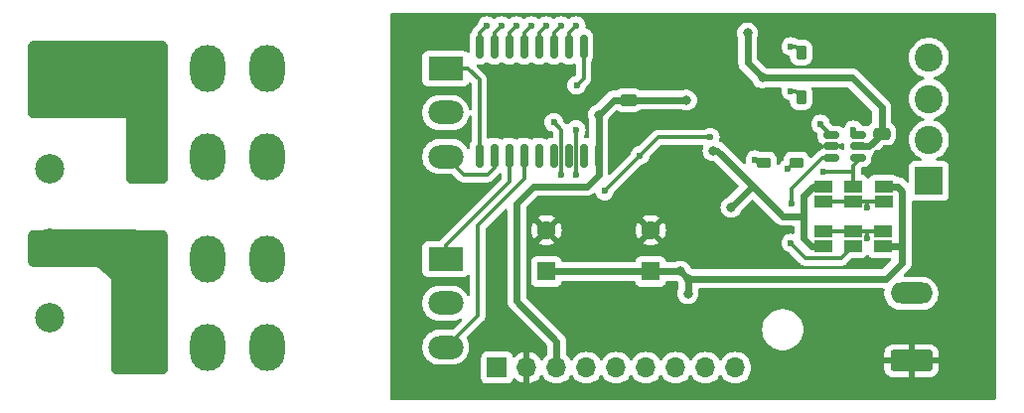
<source format=gbr>
%TF.GenerationSoftware,KiCad,Pcbnew,8.0.1*%
%TF.CreationDate,2024-04-25T23:30:24+02:00*%
%TF.ProjectId,2in-2out_2.0,32696e2d-326f-4757-945f-322e302e6b69,rev?*%
%TF.SameCoordinates,Original*%
%TF.FileFunction,Copper,L2,Bot*%
%TF.FilePolarity,Positive*%
%FSLAX46Y46*%
G04 Gerber Fmt 4.6, Leading zero omitted, Abs format (unit mm)*
G04 Created by KiCad (PCBNEW 8.0.1) date 2024-04-25 23:30:24*
%MOMM*%
%LPD*%
G01*
G04 APERTURE LIST*
G04 Aperture macros list*
%AMRoundRect*
0 Rectangle with rounded corners*
0 $1 Rounding radius*
0 $2 $3 $4 $5 $6 $7 $8 $9 X,Y pos of 4 corners*
0 Add a 4 corners polygon primitive as box body*
4,1,4,$2,$3,$4,$5,$6,$7,$8,$9,$2,$3,0*
0 Add four circle primitives for the rounded corners*
1,1,$1+$1,$2,$3*
1,1,$1+$1,$4,$5*
1,1,$1+$1,$6,$7*
1,1,$1+$1,$8,$9*
0 Add four rect primitives between the rounded corners*
20,1,$1+$1,$2,$3,$4,$5,0*
20,1,$1+$1,$4,$5,$6,$7,0*
20,1,$1+$1,$6,$7,$8,$9,0*
20,1,$1+$1,$8,$9,$2,$3,0*%
G04 Aperture macros list end*
%TA.AperFunction,ComponentPad*%
%ADD10R,2.500000X2.500000*%
%TD*%
%TA.AperFunction,ComponentPad*%
%ADD11C,2.500000*%
%TD*%
%TA.AperFunction,ComponentPad*%
%ADD12R,2.400000X2.400000*%
%TD*%
%TA.AperFunction,ComponentPad*%
%ADD13C,2.400000*%
%TD*%
%TA.AperFunction,ComponentPad*%
%ADD14RoundRect,0.250000X1.550000X-0.650000X1.550000X0.650000X-1.550000X0.650000X-1.550000X-0.650000X0*%
%TD*%
%TA.AperFunction,ComponentPad*%
%ADD15O,3.600000X1.800000*%
%TD*%
%TA.AperFunction,ComponentPad*%
%ADD16O,3.000000X4.000000*%
%TD*%
%TA.AperFunction,ComponentPad*%
%ADD17R,3.000000X2.000000*%
%TD*%
%TA.AperFunction,ComponentPad*%
%ADD18O,3.000000X2.000000*%
%TD*%
%TA.AperFunction,ComponentPad*%
%ADD19R,1.600000X1.600000*%
%TD*%
%TA.AperFunction,ComponentPad*%
%ADD20C,1.600000*%
%TD*%
%TA.AperFunction,ComponentPad*%
%ADD21R,1.700000X1.700000*%
%TD*%
%TA.AperFunction,ComponentPad*%
%ADD22O,1.700000X1.700000*%
%TD*%
%TA.AperFunction,SMDPad,CuDef*%
%ADD23R,1.500000X1.000000*%
%TD*%
%TA.AperFunction,SMDPad,CuDef*%
%ADD24RoundRect,0.250000X0.475000X-0.250000X0.475000X0.250000X-0.475000X0.250000X-0.475000X-0.250000X0*%
%TD*%
%TA.AperFunction,SMDPad,CuDef*%
%ADD25RoundRect,0.150000X-0.512500X-0.150000X0.512500X-0.150000X0.512500X0.150000X-0.512500X0.150000X0*%
%TD*%
%TA.AperFunction,SMDPad,CuDef*%
%ADD26RoundRect,0.150000X-0.150000X0.875000X-0.150000X-0.875000X0.150000X-0.875000X0.150000X0.875000X0*%
%TD*%
%TA.AperFunction,SMDPad,CuDef*%
%ADD27RoundRect,0.225000X0.375000X-0.225000X0.375000X0.225000X-0.375000X0.225000X-0.375000X-0.225000X0*%
%TD*%
%TA.AperFunction,SMDPad,CuDef*%
%ADD28RoundRect,0.225000X-0.225000X-0.375000X0.225000X-0.375000X0.225000X0.375000X-0.225000X0.375000X0*%
%TD*%
%TA.AperFunction,ViaPad*%
%ADD29C,0.800000*%
%TD*%
%TA.AperFunction,ViaPad*%
%ADD30C,0.600000*%
%TD*%
%TA.AperFunction,Conductor*%
%ADD31C,2.400000*%
%TD*%
%TA.AperFunction,Conductor*%
%ADD32C,0.300000*%
%TD*%
%TA.AperFunction,Conductor*%
%ADD33C,0.600000*%
%TD*%
G04 APERTURE END LIST*
D10*
%TO.P,J5,1,Pin_1*%
%TO.N,/HV_2B*%
X111366051Y-42727996D03*
D11*
%TO.P,J5,2,Pin_2*%
%TO.N,/HV_2A*%
X111366051Y-49077996D03*
%TO.P,J5,3,Pin_3*%
%TO.N,/HV_1B*%
X111366051Y-55427996D03*
%TO.P,J5,4,Pin_4*%
%TO.N,/HV_1A*%
X111366051Y-61777996D03*
%TD*%
D12*
%TO.P,J2,1,Pin_1*%
%TO.N,/IO4*%
X186283600Y-50073200D03*
D13*
%TO.P,J2,2,Pin_2*%
%TO.N,/IO3*%
X186283600Y-46573200D03*
%TO.P,J2,3,Pin_3*%
%TO.N,/IN2*%
X186283600Y-43073200D03*
%TO.P,J2,4,Pin_4*%
%TO.N,/IN1*%
X186283600Y-39573200D03*
%TD*%
D14*
%TO.P,X9,1,KL*%
%TO.N,GND*%
X184785000Y-65405000D03*
D15*
%TO.P,X9,2,KL*%
%TO.N,VBUS*%
X184785000Y-59655000D03*
%TD*%
D16*
%TO.P,K2,11*%
%TO.N,/HV_2A*%
X124790000Y-48000000D03*
X124790000Y-40500000D03*
%TO.P,K2,12*%
%TO.N,unconnected-(K2-Pad12)*%
X129830000Y-48000000D03*
X129830000Y-40500000D03*
%TO.P,K2,14*%
%TO.N,/HV_2B*%
X119750000Y-48000000D03*
X119750000Y-40500000D03*
D17*
%TO.P,K2,A1*%
%TO.N,Net-(IC1-O1)*%
X145090000Y-40500000D03*
D18*
%TO.P,K2,A2*%
%TO.N,Net-(IC1-O2)*%
X145090000Y-48000000D03*
%TO.P,K2,A3*%
%TO.N,VDD*%
X145090000Y-44250000D03*
%TD*%
D19*
%TO.P,C1,1*%
%TO.N,VDD*%
X162560000Y-57785000D03*
D20*
%TO.P,C1,2*%
%TO.N,GND*%
X162560000Y-54285000D03*
%TD*%
D21*
%TO.P,J1,1,Pin_1*%
%TO.N,VBUS*%
X149460000Y-66000000D03*
D22*
%TO.P,J1,2,Pin_2*%
%TO.N,GND*%
X152000000Y-66000000D03*
%TO.P,J1,3,Pin_3*%
%TO.N,+3V3*%
X154540000Y-66000000D03*
%TO.P,J1,4,Pin_4*%
%TO.N,/PWM*%
X157080000Y-66000000D03*
%TO.P,J1,5,Pin_5*%
%TO.N,/MOSI*%
X159620000Y-66000000D03*
%TO.P,J1,6,Pin_6*%
%TO.N,/SSEL*%
X162160000Y-66000000D03*
%TO.P,J1,7,Pin_7*%
%TO.N,/MISO*%
X164700000Y-66000000D03*
%TO.P,J1,8,Pin_8*%
%TO.N,/SCK*%
X167240000Y-66000000D03*
%TO.P,J1,9,Pin_9*%
%TO.N,/EIB_DC*%
X169780000Y-66000000D03*
%TD*%
D16*
%TO.P,K1,11*%
%TO.N,/HV_1A*%
X124790000Y-64250000D03*
X124790000Y-56750000D03*
%TO.P,K1,12*%
%TO.N,unconnected-(K1-Pad12)*%
X129830000Y-64250000D03*
X129830000Y-56750000D03*
%TO.P,K1,14*%
%TO.N,/HV_1B*%
X119750000Y-64250000D03*
X119750000Y-56750000D03*
D17*
%TO.P,K1,A1*%
%TO.N,Net-(IC1-O3)*%
X145090000Y-56750000D03*
D18*
%TO.P,K1,A2*%
%TO.N,Net-(IC1-O4)*%
X145090000Y-64250000D03*
%TO.P,K1,A3*%
%TO.N,VDD*%
X145090000Y-60500000D03*
%TD*%
D19*
%TO.P,C2,1*%
%TO.N,VDD*%
X153670000Y-57785000D03*
D20*
%TO.P,C2,2*%
%TO.N,GND*%
X153670000Y-54285000D03*
%TD*%
D23*
%TO.P,SJ6,1,A*%
%TO.N,VDD*%
X182322500Y-55656250D03*
%TO.P,SJ6,2,B*%
%TO.N,/IO4F*%
X182322500Y-54356250D03*
%TD*%
%TO.P,SJ5,1,A*%
%TO.N,/IN4*%
X179782500Y-55656250D03*
%TO.P,SJ5,2,B*%
%TO.N,/IO4F*%
X179782500Y-54356250D03*
%TD*%
D24*
%TO.P,C3,1*%
%TO.N,+3V3*%
X160655000Y-43180000D03*
%TO.P,C3,2*%
%TO.N,GND*%
X160655000Y-41280000D03*
%TD*%
D25*
%TO.P,TVS1,1,I/O1*%
%TO.N,/IN4*%
X177932500Y-48072500D03*
%TO.P,TVS1,2,GND*%
%TO.N,GND*%
X177932500Y-47122500D03*
%TO.P,TVS1,3,I/O2*%
%TO.N,Net-(TVS1-I{slash}O2)*%
X177932500Y-46172500D03*
%TO.P,TVS1,4,I/O3*%
%TO.N,Net-(TVS1-I{slash}O3)*%
X180207500Y-46172500D03*
%TO.P,TVS1,5,VBUS*%
%TO.N,+3V3*%
X180207500Y-47122500D03*
%TO.P,TVS1,6,I/O4*%
%TO.N,/IN3*%
X180207500Y-48072500D03*
%TD*%
D23*
%TO.P,SJ4,1,A*%
%TO.N,+3V3*%
X177242500Y-50546250D03*
%TO.P,SJ4,2,B*%
%TO.N,/IO3F*%
X177242500Y-51846250D03*
%TD*%
D26*
%TO.P,IC1,1,I1*%
%TO.N,/O8*%
X147955000Y-38605000D03*
%TO.P,IC1,2,I2*%
%TO.N,/O7*%
X149225000Y-38605000D03*
%TO.P,IC1,3,I3*%
%TO.N,/O6*%
X150495000Y-38605000D03*
%TO.P,IC1,4,I4*%
%TO.N,/O5*%
X151765000Y-38605000D03*
%TO.P,IC1,5,I5*%
%TO.N,/O4*%
X153035000Y-38605000D03*
%TO.P,IC1,6,I6*%
%TO.N,/O3*%
X154305000Y-38605000D03*
%TO.P,IC1,7,I7*%
%TO.N,/O2*%
X155575000Y-38605000D03*
%TO.P,IC1,8,I8*%
%TO.N,/O1*%
X156845000Y-38605000D03*
%TO.P,IC1,9,GND*%
%TO.N,GND*%
X158115000Y-38605000D03*
%TO.P,IC1,10,COM*%
%TO.N,+3V3*%
X158115000Y-47905000D03*
%TO.P,IC1,11,O8*%
%TO.N,unconnected-(IC1-O8-Pad11)*%
X156845000Y-47905000D03*
%TO.P,IC1,12,O7*%
%TO.N,unconnected-(IC1-O7-Pad12)*%
X155575000Y-47905000D03*
%TO.P,IC1,13,O6*%
%TO.N,unconnected-(IC1-O6-Pad13)*%
X154305000Y-47905000D03*
%TO.P,IC1,14,O5*%
%TO.N,unconnected-(IC1-O5-Pad14)*%
X153035000Y-47905000D03*
%TO.P,IC1,15,O4*%
%TO.N,Net-(IC1-O4)*%
X151765000Y-47905000D03*
%TO.P,IC1,16,O3*%
%TO.N,Net-(IC1-O3)*%
X150495000Y-47905000D03*
%TO.P,IC1,17,O2*%
%TO.N,Net-(IC1-O2)*%
X149225000Y-47905000D03*
%TO.P,IC1,18,O1*%
%TO.N,Net-(IC1-O1)*%
X147955000Y-47905000D03*
%TD*%
D24*
%TO.P,C4,1*%
%TO.N,GND*%
X182245000Y-47940000D03*
%TO.P,C4,2*%
%TO.N,+3V3*%
X182245000Y-46040000D03*
%TD*%
D27*
%TO.P,D5,1,K*%
%TO.N,Net-(D5-K)*%
X172210000Y-48512000D03*
%TO.P,D5,2,A*%
%TO.N,GND*%
X172210000Y-45212000D03*
%TD*%
D28*
%TO.P,D2,1,K*%
%TO.N,Net-(D2-K)*%
X175388000Y-42926000D03*
%TO.P,D2,2,A*%
%TO.N,GND*%
X178688000Y-42926000D03*
%TD*%
D27*
%TO.P,D7,1,K*%
%TO.N,Net-(D7-K)*%
X175006000Y-48512000D03*
%TO.P,D7,2,A*%
%TO.N,GND*%
X175006000Y-45212000D03*
%TD*%
D23*
%TO.P,SJ3,1,A*%
%TO.N,VDD*%
X182407500Y-50546250D03*
%TO.P,SJ3,2,B*%
%TO.N,/IO3F*%
X182407500Y-51846250D03*
%TD*%
%TO.P,SJ2,1,A*%
%TO.N,/IN3*%
X179807500Y-50546250D03*
%TO.P,SJ2,2,B*%
%TO.N,/IO3F*%
X179807500Y-51846250D03*
%TD*%
%TO.P,SJ7,1,A*%
%TO.N,+3V3*%
X177242500Y-55641250D03*
%TO.P,SJ7,2,B*%
%TO.N,/IO4F*%
X177242500Y-54341250D03*
%TD*%
D28*
%TO.P,D4,1,K*%
%TO.N,Net-(D4-K)*%
X175388000Y-39116000D03*
%TO.P,D4,2,A*%
%TO.N,GND*%
X178688000Y-39116000D03*
%TD*%
D29*
%TO.N,GND*%
X172974000Y-43434000D03*
X183896000Y-48006000D03*
X168656000Y-56642000D03*
X163750000Y-50250000D03*
X175260000Y-60198000D03*
X166878000Y-41402000D03*
X141250000Y-50000000D03*
X176276000Y-37592000D03*
X142520000Y-50000000D03*
X165862000Y-37592000D03*
X151765000Y-41275000D03*
X184150000Y-41656000D03*
X141885000Y-49365000D03*
D30*
%TO.N,Net-(D2-K)*%
X174498000Y-42418000D03*
D29*
%TO.N,+3V3*%
X172085000Y-41275000D03*
X165608000Y-43180000D03*
X169418000Y-52324000D03*
X167894000Y-47498000D03*
X170815000Y-37480000D03*
X158115000Y-44450000D03*
D30*
%TO.N,Net-(TVS1-I{slash}O2)*%
X177038000Y-45212000D03*
%TO.N,Net-(TVS1-I{slash}O3)*%
X179832000Y-45720000D03*
%TO.N,Net-(D5-K)*%
X171450000Y-48260000D03*
%TO.N,Net-(D7-K)*%
X174244000Y-49022000D03*
%TO.N,/IN3*%
X177292000Y-49276000D03*
%TO.N,/IN4*%
X174548800Y-51968400D03*
X174498000Y-55372000D03*
%TO.N,/MOSI*%
X154305000Y-45070000D03*
X154940000Y-49530000D03*
%TO.N,/SSEL*%
X156210000Y-49530000D03*
X156210000Y-45705000D03*
%TO.N,/MISO*%
X158623000Y-50927000D03*
X167640000Y-46355000D03*
X161650000Y-47900000D03*
%TO.N,Net-(D4-K)*%
X174498000Y-38608000D03*
%TO.N,/IO3F*%
X181007500Y-52346250D03*
%TO.N,/IO4F*%
X181007500Y-54946250D03*
%TO.N,/O1*%
X156250000Y-41910000D03*
%TO.N,/O8*%
X148590000Y-36830000D03*
%TO.N,/O7*%
X149860000Y-36830000D03*
%TO.N,/O6*%
X151130000Y-36830000D03*
%TO.N,/O5*%
X152400000Y-36830000D03*
%TO.N,/O4*%
X153670000Y-36830000D03*
%TO.N,/O3*%
X154940000Y-36830000D03*
%TO.N,/O2*%
X156210000Y-36830000D03*
D29*
%TO.N,VDD*%
X165100000Y-57785000D03*
X165735000Y-59690000D03*
X165735000Y-58420000D03*
%TD*%
D31*
%TO.N,/HV_1B*%
X119750000Y-56750000D02*
X118427996Y-55427996D01*
X118427996Y-55427996D02*
X111366051Y-55427996D01*
%TO.N,/HV_2B*%
X111366051Y-42727996D02*
X113594047Y-40500000D01*
X113594047Y-40500000D02*
X119750000Y-40500000D01*
D32*
%TO.N,Net-(D2-K)*%
X174880000Y-42418000D02*
X175388000Y-42926000D01*
X174498000Y-42418000D02*
X174880000Y-42418000D01*
D33*
%TO.N,+3V3*%
X182245000Y-43815000D02*
X182245000Y-46040000D01*
X151130000Y-51968400D02*
X151130000Y-60325000D01*
X158115000Y-47905000D02*
X158115000Y-45085000D01*
X175607500Y-54956250D02*
X175607500Y-53086250D01*
X173837850Y-53086250D02*
X175607500Y-53086250D01*
X168249600Y-47498000D02*
X171246800Y-50495200D01*
X172085000Y-41275000D02*
X179705000Y-41275000D01*
X170815000Y-37480000D02*
X170815000Y-40005000D01*
X157099000Y-50546000D02*
X152552400Y-50546000D01*
X169418000Y-52324000D02*
X171246800Y-50495200D01*
X154540000Y-63735000D02*
X154540000Y-66000000D01*
X151130000Y-60325000D02*
X154540000Y-63735000D01*
X177242500Y-50546250D02*
X176407500Y-50546250D01*
X158115000Y-47905000D02*
X158115000Y-49530000D01*
X167894000Y-47498000D02*
X168249600Y-47498000D01*
X176407500Y-50546250D02*
X175607500Y-51346250D01*
X179705000Y-41275000D02*
X182245000Y-43815000D01*
X158115000Y-49530000D02*
X157099000Y-50546000D01*
X152552400Y-50546000D02*
X151130000Y-51968400D01*
X181162500Y-47122500D02*
X182245000Y-46040000D01*
X175607500Y-51346250D02*
X175607500Y-53086250D01*
X176292500Y-55641250D02*
X175607500Y-54956250D01*
X158115000Y-45085000D02*
X158115000Y-44450000D01*
X180207500Y-47122500D02*
X181162500Y-47122500D01*
X177242500Y-55641250D02*
X176292500Y-55641250D01*
X158115000Y-44450000D02*
X159385000Y-43180000D01*
X171246800Y-50495200D02*
X173837850Y-53086250D01*
X160655000Y-43180000D02*
X165608000Y-43180000D01*
X170815000Y-40005000D02*
X172085000Y-41275000D01*
X159385000Y-43180000D02*
X160655000Y-43180000D01*
D32*
%TO.N,Net-(TVS1-I{slash}O2)*%
X177038000Y-45278000D02*
X177932500Y-46172500D01*
X177038000Y-45212000D02*
X177038000Y-45278000D01*
%TO.N,Net-(TVS1-I{slash}O3)*%
X179832000Y-45720000D02*
X179832000Y-45797000D01*
X179832000Y-45797000D02*
X180207500Y-46172500D01*
%TO.N,Net-(D5-K)*%
X171702000Y-48512000D02*
X171450000Y-48260000D01*
X172210000Y-48512000D02*
X171702000Y-48512000D01*
%TO.N,Net-(D7-K)*%
X174754000Y-48512000D02*
X175006000Y-48512000D01*
X174244000Y-49022000D02*
X174754000Y-48512000D01*
%TO.N,/IN3*%
X179807500Y-50546250D02*
X179807500Y-49554500D01*
X180207500Y-48392500D02*
X180207500Y-48072500D01*
X179807500Y-49276000D02*
X177292000Y-49276000D01*
X179807500Y-48792500D02*
X180207500Y-48392500D01*
X179807500Y-49554500D02*
X179807500Y-49276000D01*
X179807500Y-49554500D02*
X179807500Y-48792500D01*
%TO.N,/IN4*%
X178796750Y-56642000D02*
X179782500Y-55656250D01*
X174548800Y-50749200D02*
X177225500Y-48072500D01*
X177225500Y-48072500D02*
X177932500Y-48072500D01*
X174548800Y-51968400D02*
X174548800Y-50749200D01*
X174498000Y-55372000D02*
X175768000Y-56642000D01*
X175768000Y-56642000D02*
X178796750Y-56642000D01*
%TO.N,Net-(IC1-O4)*%
X147828000Y-61566200D02*
X145144200Y-64250000D01*
X151765000Y-49911000D02*
X147828000Y-53848000D01*
X147828000Y-53848000D02*
X147828000Y-61566200D01*
X151765000Y-47905000D02*
X151765000Y-49911000D01*
%TO.N,Net-(IC1-O3)*%
X145090000Y-55570000D02*
X150495000Y-50165000D01*
X145090000Y-56750000D02*
X145090000Y-55570000D01*
X150495000Y-50165000D02*
X150495000Y-47905000D01*
%TO.N,Net-(IC1-O2)*%
X145000000Y-48250000D02*
X145000000Y-47750000D01*
X149225000Y-48929999D02*
X148624999Y-49530000D01*
X146620000Y-49530000D02*
X148624999Y-49530000D01*
X149225000Y-47905000D02*
X149225000Y-48929999D01*
X145090000Y-48000000D02*
X146620000Y-49530000D01*
%TO.N,Net-(IC1-O1)*%
X147955000Y-41455000D02*
X147955000Y-47905000D01*
X147000000Y-40500000D02*
X147955000Y-41455000D01*
X145090000Y-40500000D02*
X147000000Y-40500000D01*
%TO.N,/MOSI*%
X154940000Y-49530000D02*
X154940000Y-45705000D01*
X154940000Y-45705000D02*
X154305000Y-45070000D01*
%TO.N,/SSEL*%
X156210000Y-49530000D02*
X156210000Y-45705000D01*
%TO.N,/MISO*%
X161650000Y-47900000D02*
X158623000Y-50927000D01*
X167640000Y-46355000D02*
X163195000Y-46355000D01*
X163195000Y-46355000D02*
X161650000Y-47900000D01*
D31*
%TO.N,/HV_2B*%
X119750000Y-48000000D02*
X119750000Y-40500000D01*
%TO.N,/HV_1B*%
X119750000Y-56750000D02*
X119750000Y-59750000D01*
X119750000Y-59750000D02*
X119750000Y-64250000D01*
D32*
%TO.N,Net-(D4-K)*%
X174880000Y-38608000D02*
X175388000Y-39116000D01*
X174498000Y-38608000D02*
X174880000Y-38608000D01*
%TO.N,/IO3F*%
X179782500Y-51816250D02*
X179782500Y-52036250D01*
X177242500Y-51846250D02*
X179807500Y-51846250D01*
X181007500Y-52346250D02*
X181007500Y-51846250D01*
X181007500Y-51846250D02*
X182407500Y-51846250D01*
X179807500Y-51846250D02*
X181007500Y-51846250D01*
%TO.N,/IO4F*%
X177257500Y-54356250D02*
X177242500Y-54341250D01*
X181007500Y-54356250D02*
X181007500Y-54946250D01*
X179782500Y-54356250D02*
X177257500Y-54356250D01*
X182322500Y-54356250D02*
X181007500Y-54356250D01*
X181007500Y-54356250D02*
X179782500Y-54356250D01*
%TO.N,/O1*%
X156845000Y-41315000D02*
X156845000Y-38605000D01*
X156250000Y-41910000D02*
X156845000Y-41315000D01*
%TO.N,/O8*%
X147955000Y-38605000D02*
X147955000Y-37465000D01*
X147955000Y-37465000D02*
X148590000Y-36830000D01*
%TO.N,/O7*%
X149225000Y-38605000D02*
X149225000Y-37465000D01*
X149225000Y-37465000D02*
X149860000Y-36830000D01*
%TO.N,/O6*%
X150495000Y-38605000D02*
X150495000Y-37465000D01*
X150495000Y-37465000D02*
X151130000Y-36830000D01*
%TO.N,/O5*%
X151765000Y-37465000D02*
X152400000Y-36830000D01*
X151765000Y-38605000D02*
X151765000Y-37465000D01*
%TO.N,/O4*%
X153035000Y-37465000D02*
X153670000Y-36830000D01*
X153035000Y-38605000D02*
X153035000Y-37465000D01*
%TO.N,/O3*%
X154305000Y-37465000D02*
X154940000Y-36830000D01*
X154305000Y-38605000D02*
X154305000Y-37465000D01*
%TO.N,/O2*%
X155575000Y-37465000D02*
X156210000Y-36830000D01*
X155575000Y-38605000D02*
X155575000Y-37465000D01*
D33*
%TO.N,VDD*%
X184007500Y-55746250D02*
X184007500Y-50946250D01*
X184007500Y-57038500D02*
X182626000Y-58420000D01*
X183917500Y-55656250D02*
X184007500Y-55746250D01*
X184007500Y-50946250D02*
X183607500Y-50546250D01*
X182626000Y-58420000D02*
X165735000Y-58420000D01*
X165100000Y-57785000D02*
X162560000Y-57785000D01*
X182322500Y-55656250D02*
X183917500Y-55656250D01*
X184007500Y-55746250D02*
X184007500Y-57038500D01*
X183607500Y-50546250D02*
X182407500Y-50546250D01*
X165735000Y-58420000D02*
X165735000Y-59690000D01*
X162560000Y-57785000D02*
X153670000Y-57785000D01*
X165100000Y-57785000D02*
X165735000Y-58420000D01*
%TD*%
%TA.AperFunction,Conductor*%
%TO.N,GND*%
G36*
X148584549Y-35778127D02*
G01*
X148600035Y-35776781D01*
X149849965Y-35776781D01*
X149854549Y-35778127D01*
X149870035Y-35776781D01*
X151119965Y-35776781D01*
X151124549Y-35778127D01*
X151140035Y-35776781D01*
X152389965Y-35776781D01*
X152394549Y-35778127D01*
X152410035Y-35776781D01*
X153659965Y-35776781D01*
X153664549Y-35778127D01*
X153680035Y-35776781D01*
X154929965Y-35776781D01*
X154934549Y-35778127D01*
X154950035Y-35776781D01*
X156199965Y-35776781D01*
X156204549Y-35778127D01*
X156220035Y-35776781D01*
X191912592Y-35776781D01*
X191979631Y-35796466D01*
X192025386Y-35849270D01*
X192036592Y-35900781D01*
X192036592Y-68601781D01*
X192016907Y-68668820D01*
X191964103Y-68714575D01*
X191912592Y-68725781D01*
X140459000Y-68725781D01*
X140391961Y-68706096D01*
X140346206Y-68653292D01*
X140335000Y-68601781D01*
X140335000Y-64368097D01*
X143089500Y-64368097D01*
X143126446Y-64601368D01*
X143199433Y-64825996D01*
X143268673Y-64961886D01*
X143306657Y-65036433D01*
X143445483Y-65227510D01*
X143612490Y-65394517D01*
X143803567Y-65533343D01*
X143902991Y-65584002D01*
X144014003Y-65640566D01*
X144014005Y-65640566D01*
X144014008Y-65640568D01*
X144134412Y-65679689D01*
X144238631Y-65713553D01*
X144471903Y-65750500D01*
X144471908Y-65750500D01*
X145708097Y-65750500D01*
X145941368Y-65713553D01*
X146165992Y-65640568D01*
X146376433Y-65533343D01*
X146567510Y-65394517D01*
X146734517Y-65227510D01*
X146873343Y-65036433D01*
X146980568Y-64825992D01*
X147053553Y-64601368D01*
X147069326Y-64501780D01*
X147090500Y-64368097D01*
X147090500Y-64131902D01*
X147053553Y-63898631D01*
X146980566Y-63674003D01*
X146906559Y-63528757D01*
X146893663Y-63460088D01*
X146919939Y-63395347D01*
X146929354Y-63384790D01*
X148333276Y-61980870D01*
X148393615Y-61890565D01*
X148404464Y-61874329D01*
X148404465Y-61874327D01*
X148453501Y-61755944D01*
X148475666Y-61644517D01*
X148478500Y-61630271D01*
X148478500Y-54168808D01*
X148498185Y-54101769D01*
X148514819Y-54081127D01*
X150117819Y-52478127D01*
X150179142Y-52444642D01*
X150248834Y-52449626D01*
X150304767Y-52491498D01*
X150329184Y-52556962D01*
X150329500Y-52565808D01*
X150329500Y-60403846D01*
X150360261Y-60558489D01*
X150360264Y-60558501D01*
X150420602Y-60704172D01*
X150420609Y-60704185D01*
X150508210Y-60835288D01*
X150508213Y-60835292D01*
X153703181Y-64030259D01*
X153736666Y-64091582D01*
X153739500Y-64117940D01*
X153739500Y-64847309D01*
X153719815Y-64914348D01*
X153686625Y-64948883D01*
X153668601Y-64961503D01*
X153668595Y-64961508D01*
X153501508Y-65128594D01*
X153371269Y-65314595D01*
X153316692Y-65358219D01*
X153247193Y-65365412D01*
X153184839Y-65333890D01*
X153168119Y-65314594D01*
X153038113Y-65128926D01*
X153038108Y-65128920D01*
X152871082Y-64961894D01*
X152677578Y-64826399D01*
X152463492Y-64726570D01*
X152463486Y-64726567D01*
X152250000Y-64669364D01*
X152250000Y-65566988D01*
X152192993Y-65534075D01*
X152065826Y-65500000D01*
X151934174Y-65500000D01*
X151807007Y-65534075D01*
X151750000Y-65566988D01*
X151750000Y-64669364D01*
X151749999Y-64669364D01*
X151536513Y-64726567D01*
X151536507Y-64726570D01*
X151322422Y-64826399D01*
X151322420Y-64826400D01*
X151128926Y-64961886D01*
X151006865Y-65083947D01*
X150945542Y-65117431D01*
X150875850Y-65112447D01*
X150819917Y-65070575D01*
X150803002Y-65039598D01*
X150753797Y-64907671D01*
X150753793Y-64907664D01*
X150667547Y-64792455D01*
X150667544Y-64792452D01*
X150552335Y-64706206D01*
X150552328Y-64706202D01*
X150417482Y-64655908D01*
X150417483Y-64655908D01*
X150357883Y-64649501D01*
X150357881Y-64649500D01*
X150357873Y-64649500D01*
X150357864Y-64649500D01*
X148562129Y-64649500D01*
X148562123Y-64649501D01*
X148502516Y-64655908D01*
X148367671Y-64706202D01*
X148367664Y-64706206D01*
X148252455Y-64792452D01*
X148252452Y-64792455D01*
X148166206Y-64907664D01*
X148166202Y-64907671D01*
X148115908Y-65042517D01*
X148109501Y-65102116D01*
X148109500Y-65102135D01*
X148109500Y-66897870D01*
X148109501Y-66897876D01*
X148115908Y-66957483D01*
X148166202Y-67092328D01*
X148166206Y-67092335D01*
X148252452Y-67207544D01*
X148252455Y-67207547D01*
X148367664Y-67293793D01*
X148367671Y-67293797D01*
X148502517Y-67344091D01*
X148502516Y-67344091D01*
X148509444Y-67344835D01*
X148562127Y-67350500D01*
X150357872Y-67350499D01*
X150417483Y-67344091D01*
X150552331Y-67293796D01*
X150667546Y-67207546D01*
X150753796Y-67092331D01*
X150803002Y-66960401D01*
X150844872Y-66904468D01*
X150910337Y-66880050D01*
X150978610Y-66894901D01*
X151006865Y-66916053D01*
X151128917Y-67038105D01*
X151322421Y-67173600D01*
X151536507Y-67273429D01*
X151536516Y-67273433D01*
X151750000Y-67330634D01*
X151750000Y-66433012D01*
X151807007Y-66465925D01*
X151934174Y-66500000D01*
X152065826Y-66500000D01*
X152192993Y-66465925D01*
X152250000Y-66433012D01*
X152250000Y-67330634D01*
X152463483Y-67273433D01*
X152463492Y-67273429D01*
X152677578Y-67173600D01*
X152871082Y-67038105D01*
X153038105Y-66871082D01*
X153168119Y-66685405D01*
X153222696Y-66641781D01*
X153292195Y-66634588D01*
X153354549Y-66666110D01*
X153371269Y-66685405D01*
X153501505Y-66871401D01*
X153668599Y-67038495D01*
X153765384Y-67106265D01*
X153862165Y-67174032D01*
X153862167Y-67174033D01*
X153862170Y-67174035D01*
X154076337Y-67273903D01*
X154304592Y-67335063D01*
X154481034Y-67350500D01*
X154539999Y-67355659D01*
X154540000Y-67355659D01*
X154540001Y-67355659D01*
X154598966Y-67350500D01*
X154775408Y-67335063D01*
X155003663Y-67273903D01*
X155217830Y-67174035D01*
X155411401Y-67038495D01*
X155578495Y-66871401D01*
X155708425Y-66685842D01*
X155763002Y-66642217D01*
X155832500Y-66635023D01*
X155894855Y-66666546D01*
X155911575Y-66685842D01*
X156041500Y-66871395D01*
X156041505Y-66871401D01*
X156208599Y-67038495D01*
X156305384Y-67106265D01*
X156402165Y-67174032D01*
X156402167Y-67174033D01*
X156402170Y-67174035D01*
X156616337Y-67273903D01*
X156844592Y-67335063D01*
X157021034Y-67350500D01*
X157079999Y-67355659D01*
X157080000Y-67355659D01*
X157080001Y-67355659D01*
X157138966Y-67350500D01*
X157315408Y-67335063D01*
X157543663Y-67273903D01*
X157757830Y-67174035D01*
X157951401Y-67038495D01*
X158118495Y-66871401D01*
X158248425Y-66685842D01*
X158303002Y-66642217D01*
X158372500Y-66635023D01*
X158434855Y-66666546D01*
X158451575Y-66685842D01*
X158581500Y-66871395D01*
X158581505Y-66871401D01*
X158748599Y-67038495D01*
X158845384Y-67106265D01*
X158942165Y-67174032D01*
X158942167Y-67174033D01*
X158942170Y-67174035D01*
X159156337Y-67273903D01*
X159384592Y-67335063D01*
X159561034Y-67350500D01*
X159619999Y-67355659D01*
X159620000Y-67355659D01*
X159620001Y-67355659D01*
X159678966Y-67350500D01*
X159855408Y-67335063D01*
X160083663Y-67273903D01*
X160297830Y-67174035D01*
X160491401Y-67038495D01*
X160658495Y-66871401D01*
X160788425Y-66685842D01*
X160843002Y-66642217D01*
X160912500Y-66635023D01*
X160974855Y-66666546D01*
X160991575Y-66685842D01*
X161121500Y-66871395D01*
X161121505Y-66871401D01*
X161288599Y-67038495D01*
X161385384Y-67106265D01*
X161482165Y-67174032D01*
X161482167Y-67174033D01*
X161482170Y-67174035D01*
X161696337Y-67273903D01*
X161924592Y-67335063D01*
X162101034Y-67350500D01*
X162159999Y-67355659D01*
X162160000Y-67355659D01*
X162160001Y-67355659D01*
X162218966Y-67350500D01*
X162395408Y-67335063D01*
X162623663Y-67273903D01*
X162837830Y-67174035D01*
X163031401Y-67038495D01*
X163198495Y-66871401D01*
X163328425Y-66685842D01*
X163383002Y-66642217D01*
X163452500Y-66635023D01*
X163514855Y-66666546D01*
X163531575Y-66685842D01*
X163661500Y-66871395D01*
X163661505Y-66871401D01*
X163828599Y-67038495D01*
X163925384Y-67106265D01*
X164022165Y-67174032D01*
X164022167Y-67174033D01*
X164022170Y-67174035D01*
X164236337Y-67273903D01*
X164464592Y-67335063D01*
X164641034Y-67350500D01*
X164699999Y-67355659D01*
X164700000Y-67355659D01*
X164700001Y-67355659D01*
X164758966Y-67350500D01*
X164935408Y-67335063D01*
X165163663Y-67273903D01*
X165377830Y-67174035D01*
X165571401Y-67038495D01*
X165738495Y-66871401D01*
X165868425Y-66685842D01*
X165923002Y-66642217D01*
X165992500Y-66635023D01*
X166054855Y-66666546D01*
X166071575Y-66685842D01*
X166201500Y-66871395D01*
X166201505Y-66871401D01*
X166368599Y-67038495D01*
X166465384Y-67106265D01*
X166562165Y-67174032D01*
X166562167Y-67174033D01*
X166562170Y-67174035D01*
X166776337Y-67273903D01*
X167004592Y-67335063D01*
X167181034Y-67350500D01*
X167239999Y-67355659D01*
X167240000Y-67355659D01*
X167240001Y-67355659D01*
X167298966Y-67350500D01*
X167475408Y-67335063D01*
X167703663Y-67273903D01*
X167917830Y-67174035D01*
X168111401Y-67038495D01*
X168278495Y-66871401D01*
X168408425Y-66685842D01*
X168463002Y-66642217D01*
X168532500Y-66635023D01*
X168594855Y-66666546D01*
X168611575Y-66685842D01*
X168741500Y-66871395D01*
X168741505Y-66871401D01*
X168908599Y-67038495D01*
X169005384Y-67106265D01*
X169102165Y-67174032D01*
X169102167Y-67174033D01*
X169102170Y-67174035D01*
X169316337Y-67273903D01*
X169544592Y-67335063D01*
X169721034Y-67350500D01*
X169779999Y-67355659D01*
X169780000Y-67355659D01*
X169780001Y-67355659D01*
X169838966Y-67350500D01*
X170015408Y-67335063D01*
X170243663Y-67273903D01*
X170457830Y-67174035D01*
X170651401Y-67038495D01*
X170818495Y-66871401D01*
X170954035Y-66677830D01*
X171053903Y-66463663D01*
X171115063Y-66235408D01*
X171135659Y-66000000D01*
X171115063Y-65764592D01*
X171053903Y-65536337D01*
X170954035Y-65322171D01*
X170948731Y-65314595D01*
X170836982Y-65155000D01*
X182485000Y-65155000D01*
X184236518Y-65155000D01*
X184225889Y-65173409D01*
X184185000Y-65326009D01*
X184185000Y-65483991D01*
X184225889Y-65636591D01*
X184236518Y-65655000D01*
X182485001Y-65655000D01*
X182485001Y-66104986D01*
X182495494Y-66207697D01*
X182550641Y-66374119D01*
X182550643Y-66374124D01*
X182642684Y-66523345D01*
X182766654Y-66647315D01*
X182915875Y-66739356D01*
X182915880Y-66739358D01*
X183082302Y-66794505D01*
X183082309Y-66794506D01*
X183185019Y-66804999D01*
X184534999Y-66804999D01*
X184535000Y-66804998D01*
X184535000Y-65953482D01*
X184553409Y-65964111D01*
X184706009Y-66005000D01*
X184863991Y-66005000D01*
X185016591Y-65964111D01*
X185035000Y-65953482D01*
X185035000Y-66804999D01*
X186384972Y-66804999D01*
X186384986Y-66804998D01*
X186487697Y-66794505D01*
X186654119Y-66739358D01*
X186654124Y-66739356D01*
X186803345Y-66647315D01*
X186927315Y-66523345D01*
X187019356Y-66374124D01*
X187019358Y-66374119D01*
X187074505Y-66207697D01*
X187074506Y-66207690D01*
X187084999Y-66104986D01*
X187085000Y-66104973D01*
X187085000Y-65655000D01*
X185333482Y-65655000D01*
X185344111Y-65636591D01*
X185385000Y-65483991D01*
X185385000Y-65326009D01*
X185344111Y-65173409D01*
X185333482Y-65155000D01*
X187084999Y-65155000D01*
X187084999Y-64705028D01*
X187084998Y-64705013D01*
X187074505Y-64602302D01*
X187019358Y-64435880D01*
X187019356Y-64435875D01*
X186927315Y-64286654D01*
X186803345Y-64162684D01*
X186654124Y-64070643D01*
X186654119Y-64070641D01*
X186487697Y-64015494D01*
X186487690Y-64015493D01*
X186384986Y-64005000D01*
X185035000Y-64005000D01*
X185035000Y-64856517D01*
X185016591Y-64845889D01*
X184863991Y-64805000D01*
X184706009Y-64805000D01*
X184553409Y-64845889D01*
X184535000Y-64856517D01*
X184535000Y-64005000D01*
X183185028Y-64005000D01*
X183185012Y-64005001D01*
X183082302Y-64015494D01*
X182915880Y-64070641D01*
X182915875Y-64070643D01*
X182766654Y-64162684D01*
X182642684Y-64286654D01*
X182550643Y-64435875D01*
X182550641Y-64435880D01*
X182495494Y-64602302D01*
X182495493Y-64602309D01*
X182485000Y-64705013D01*
X182485000Y-65155000D01*
X170836982Y-65155000D01*
X170818494Y-65128597D01*
X170651402Y-64961506D01*
X170651395Y-64961501D01*
X170457834Y-64825967D01*
X170457830Y-64825965D01*
X170457828Y-64825964D01*
X170243663Y-64726097D01*
X170243659Y-64726096D01*
X170243655Y-64726094D01*
X170015413Y-64664938D01*
X170015403Y-64664936D01*
X169780001Y-64644341D01*
X169779999Y-64644341D01*
X169544596Y-64664936D01*
X169544586Y-64664938D01*
X169316344Y-64726094D01*
X169316335Y-64726098D01*
X169102171Y-64825964D01*
X169102169Y-64825965D01*
X168908597Y-64961505D01*
X168741505Y-65128597D01*
X168611575Y-65314158D01*
X168556998Y-65357783D01*
X168487500Y-65364977D01*
X168425145Y-65333454D01*
X168408425Y-65314158D01*
X168278494Y-65128597D01*
X168111402Y-64961506D01*
X168111395Y-64961501D01*
X167917834Y-64825967D01*
X167917830Y-64825965D01*
X167917828Y-64825964D01*
X167703663Y-64726097D01*
X167703659Y-64726096D01*
X167703655Y-64726094D01*
X167475413Y-64664938D01*
X167475403Y-64664936D01*
X167240001Y-64644341D01*
X167239999Y-64644341D01*
X167004596Y-64664936D01*
X167004586Y-64664938D01*
X166776344Y-64726094D01*
X166776335Y-64726098D01*
X166562171Y-64825964D01*
X166562169Y-64825965D01*
X166368597Y-64961505D01*
X166201505Y-65128597D01*
X166071575Y-65314158D01*
X166016998Y-65357783D01*
X165947500Y-65364977D01*
X165885145Y-65333454D01*
X165868425Y-65314158D01*
X165738494Y-65128597D01*
X165571402Y-64961506D01*
X165571395Y-64961501D01*
X165377834Y-64825967D01*
X165377830Y-64825965D01*
X165377828Y-64825964D01*
X165163663Y-64726097D01*
X165163659Y-64726096D01*
X165163655Y-64726094D01*
X164935413Y-64664938D01*
X164935403Y-64664936D01*
X164700001Y-64644341D01*
X164699999Y-64644341D01*
X164464596Y-64664936D01*
X164464586Y-64664938D01*
X164236344Y-64726094D01*
X164236335Y-64726098D01*
X164022171Y-64825964D01*
X164022169Y-64825965D01*
X163828597Y-64961505D01*
X163661505Y-65128597D01*
X163531575Y-65314158D01*
X163476998Y-65357783D01*
X163407500Y-65364977D01*
X163345145Y-65333454D01*
X163328425Y-65314158D01*
X163198494Y-65128597D01*
X163031402Y-64961506D01*
X163031395Y-64961501D01*
X162837834Y-64825967D01*
X162837830Y-64825965D01*
X162837828Y-64825964D01*
X162623663Y-64726097D01*
X162623659Y-64726096D01*
X162623655Y-64726094D01*
X162395413Y-64664938D01*
X162395403Y-64664936D01*
X162160001Y-64644341D01*
X162159999Y-64644341D01*
X161924596Y-64664936D01*
X161924586Y-64664938D01*
X161696344Y-64726094D01*
X161696335Y-64726098D01*
X161482171Y-64825964D01*
X161482169Y-64825965D01*
X161288597Y-64961505D01*
X161121505Y-65128597D01*
X160991575Y-65314158D01*
X160936998Y-65357783D01*
X160867500Y-65364977D01*
X160805145Y-65333454D01*
X160788425Y-65314158D01*
X160658494Y-65128597D01*
X160491402Y-64961506D01*
X160491395Y-64961501D01*
X160297834Y-64825967D01*
X160297830Y-64825965D01*
X160297828Y-64825964D01*
X160083663Y-64726097D01*
X160083659Y-64726096D01*
X160083655Y-64726094D01*
X159855413Y-64664938D01*
X159855403Y-64664936D01*
X159620001Y-64644341D01*
X159619999Y-64644341D01*
X159384596Y-64664936D01*
X159384586Y-64664938D01*
X159156344Y-64726094D01*
X159156335Y-64726098D01*
X158942171Y-64825964D01*
X158942169Y-64825965D01*
X158748597Y-64961505D01*
X158581505Y-65128597D01*
X158451575Y-65314158D01*
X158396998Y-65357783D01*
X158327500Y-65364977D01*
X158265145Y-65333454D01*
X158248425Y-65314158D01*
X158118494Y-65128597D01*
X157951402Y-64961506D01*
X157951395Y-64961501D01*
X157757834Y-64825967D01*
X157757830Y-64825965D01*
X157757828Y-64825964D01*
X157543663Y-64726097D01*
X157543659Y-64726096D01*
X157543655Y-64726094D01*
X157315413Y-64664938D01*
X157315403Y-64664936D01*
X157080001Y-64644341D01*
X157079999Y-64644341D01*
X156844596Y-64664936D01*
X156844586Y-64664938D01*
X156616344Y-64726094D01*
X156616335Y-64726098D01*
X156402171Y-64825964D01*
X156402169Y-64825965D01*
X156208597Y-64961505D01*
X156041505Y-65128597D01*
X155911575Y-65314158D01*
X155856998Y-65357783D01*
X155787500Y-65364977D01*
X155725145Y-65333454D01*
X155708425Y-65314158D01*
X155578494Y-65128597D01*
X155411404Y-64961508D01*
X155411402Y-64961506D01*
X155411401Y-64961505D01*
X155393374Y-64948882D01*
X155349751Y-64894306D01*
X155340500Y-64847309D01*
X155340500Y-63656155D01*
X155340499Y-63656153D01*
X155315158Y-63528757D01*
X155309737Y-63501503D01*
X155294023Y-63463566D01*
X155249397Y-63355827D01*
X155249390Y-63355814D01*
X155161790Y-63224712D01*
X155161222Y-63224144D01*
X155050289Y-63113211D01*
X154688363Y-62751285D01*
X172056684Y-62751285D01*
X172076288Y-63012901D01*
X172076289Y-63012906D01*
X172134668Y-63268683D01*
X172134670Y-63268692D01*
X172134672Y-63268697D01*
X172230524Y-63512924D01*
X172361706Y-63740138D01*
X172436007Y-63833308D01*
X172525290Y-63945266D01*
X172660416Y-64070643D01*
X172717613Y-64123714D01*
X172934388Y-64271509D01*
X172934393Y-64271511D01*
X172934394Y-64271512D01*
X172934395Y-64271513D01*
X173035182Y-64320049D01*
X173170765Y-64385342D01*
X173170766Y-64385342D01*
X173170769Y-64385344D01*
X173421477Y-64462677D01*
X173680910Y-64501781D01*
X173943274Y-64501781D01*
X174202707Y-64462677D01*
X174453415Y-64385344D01*
X174689796Y-64271509D01*
X174906571Y-64123714D01*
X175098897Y-63945262D01*
X175262478Y-63740138D01*
X175393660Y-63512924D01*
X175489512Y-63268697D01*
X175547894Y-63012911D01*
X175549313Y-62993976D01*
X175567500Y-62751285D01*
X175567500Y-62751276D01*
X175547895Y-62489660D01*
X175547894Y-62489655D01*
X175547894Y-62489651D01*
X175489512Y-62233865D01*
X175393660Y-61989638D01*
X175262478Y-61762424D01*
X175098897Y-61557300D01*
X175098896Y-61557299D01*
X175098893Y-61557295D01*
X174906571Y-61378848D01*
X174689796Y-61231053D01*
X174689792Y-61231051D01*
X174689789Y-61231049D01*
X174689788Y-61231048D01*
X174453417Y-61117219D01*
X174453419Y-61117219D01*
X174202715Y-61039887D01*
X174202711Y-61039886D01*
X174202707Y-61039885D01*
X174077509Y-61021014D01*
X173943279Y-61000781D01*
X173943274Y-61000781D01*
X173680910Y-61000781D01*
X173680904Y-61000781D01*
X173519339Y-61025134D01*
X173421477Y-61039885D01*
X173421474Y-61039886D01*
X173421468Y-61039887D01*
X173170765Y-61117219D01*
X172934395Y-61231048D01*
X172934394Y-61231049D01*
X172717612Y-61378848D01*
X172525290Y-61557295D01*
X172361706Y-61762424D01*
X172230524Y-61989637D01*
X172134674Y-62233859D01*
X172134668Y-62233878D01*
X172076289Y-62489655D01*
X172076288Y-62489660D01*
X172056684Y-62751276D01*
X172056684Y-62751285D01*
X154688363Y-62751285D01*
X151966819Y-60029741D01*
X151933334Y-59968418D01*
X151930500Y-59942060D01*
X151930500Y-54285002D01*
X152365034Y-54285002D01*
X152384858Y-54511599D01*
X152384860Y-54511610D01*
X152443730Y-54731317D01*
X152443735Y-54731331D01*
X152539863Y-54937478D01*
X152590974Y-55010472D01*
X153270000Y-54331446D01*
X153270000Y-54337661D01*
X153297259Y-54439394D01*
X153349920Y-54530606D01*
X153424394Y-54605080D01*
X153515606Y-54657741D01*
X153617339Y-54685000D01*
X153623553Y-54685000D01*
X152944526Y-55364025D01*
X153017513Y-55415132D01*
X153017521Y-55415136D01*
X153223668Y-55511264D01*
X153223682Y-55511269D01*
X153443389Y-55570139D01*
X153443400Y-55570141D01*
X153669998Y-55589966D01*
X153670002Y-55589966D01*
X153896599Y-55570141D01*
X153896610Y-55570139D01*
X154116317Y-55511269D01*
X154116331Y-55511264D01*
X154322478Y-55415136D01*
X154395471Y-55364024D01*
X153716447Y-54685000D01*
X153722661Y-54685000D01*
X153824394Y-54657741D01*
X153915606Y-54605080D01*
X153990080Y-54530606D01*
X154042741Y-54439394D01*
X154070000Y-54337661D01*
X154070000Y-54331447D01*
X154749024Y-55010471D01*
X154800136Y-54937478D01*
X154896264Y-54731331D01*
X154896269Y-54731317D01*
X154955139Y-54511610D01*
X154955141Y-54511599D01*
X154974966Y-54285002D01*
X161255034Y-54285002D01*
X161274858Y-54511599D01*
X161274860Y-54511610D01*
X161333730Y-54731317D01*
X161333735Y-54731331D01*
X161429863Y-54937478D01*
X161480974Y-55010472D01*
X162160000Y-54331446D01*
X162160000Y-54337661D01*
X162187259Y-54439394D01*
X162239920Y-54530606D01*
X162314394Y-54605080D01*
X162405606Y-54657741D01*
X162507339Y-54685000D01*
X162513553Y-54685000D01*
X161834526Y-55364025D01*
X161907513Y-55415132D01*
X161907521Y-55415136D01*
X162113668Y-55511264D01*
X162113682Y-55511269D01*
X162333389Y-55570139D01*
X162333400Y-55570141D01*
X162559998Y-55589966D01*
X162560002Y-55589966D01*
X162786599Y-55570141D01*
X162786610Y-55570139D01*
X163006317Y-55511269D01*
X163006331Y-55511264D01*
X163212478Y-55415136D01*
X163285471Y-55364024D01*
X162606447Y-54685000D01*
X162612661Y-54685000D01*
X162714394Y-54657741D01*
X162805606Y-54605080D01*
X162880080Y-54530606D01*
X162932741Y-54439394D01*
X162960000Y-54337661D01*
X162960000Y-54331447D01*
X163639024Y-55010471D01*
X163690136Y-54937478D01*
X163786264Y-54731331D01*
X163786269Y-54731317D01*
X163845139Y-54511610D01*
X163845141Y-54511599D01*
X163864966Y-54285002D01*
X163864966Y-54284997D01*
X163845141Y-54058400D01*
X163845139Y-54058389D01*
X163786269Y-53838682D01*
X163786264Y-53838668D01*
X163690136Y-53632521D01*
X163690132Y-53632513D01*
X163639025Y-53559526D01*
X162960000Y-54238551D01*
X162960000Y-54232339D01*
X162932741Y-54130606D01*
X162880080Y-54039394D01*
X162805606Y-53964920D01*
X162714394Y-53912259D01*
X162612661Y-53885000D01*
X162606448Y-53885000D01*
X163285472Y-53205974D01*
X163212478Y-53154863D01*
X163006331Y-53058735D01*
X163006317Y-53058730D01*
X162786610Y-52999860D01*
X162786599Y-52999858D01*
X162560002Y-52980034D01*
X162559998Y-52980034D01*
X162333400Y-52999858D01*
X162333389Y-52999860D01*
X162113682Y-53058730D01*
X162113673Y-53058734D01*
X161907516Y-53154866D01*
X161907512Y-53154868D01*
X161834526Y-53205973D01*
X161834526Y-53205974D01*
X162513553Y-53885000D01*
X162507339Y-53885000D01*
X162405606Y-53912259D01*
X162314394Y-53964920D01*
X162239920Y-54039394D01*
X162187259Y-54130606D01*
X162160000Y-54232339D01*
X162160000Y-54238552D01*
X161480974Y-53559526D01*
X161480973Y-53559526D01*
X161429868Y-53632512D01*
X161429866Y-53632516D01*
X161333734Y-53838673D01*
X161333730Y-53838682D01*
X161274860Y-54058389D01*
X161274858Y-54058400D01*
X161255034Y-54284997D01*
X161255034Y-54285002D01*
X154974966Y-54285002D01*
X154974966Y-54284997D01*
X154955141Y-54058400D01*
X154955139Y-54058389D01*
X154896269Y-53838682D01*
X154896264Y-53838668D01*
X154800136Y-53632521D01*
X154800132Y-53632513D01*
X154749025Y-53559526D01*
X154070000Y-54238551D01*
X154070000Y-54232339D01*
X154042741Y-54130606D01*
X153990080Y-54039394D01*
X153915606Y-53964920D01*
X153824394Y-53912259D01*
X153722661Y-53885000D01*
X153716448Y-53885000D01*
X154395472Y-53205974D01*
X154322478Y-53154863D01*
X154116331Y-53058735D01*
X154116317Y-53058730D01*
X153896610Y-52999860D01*
X153896599Y-52999858D01*
X153670002Y-52980034D01*
X153669998Y-52980034D01*
X153443400Y-52999858D01*
X153443389Y-52999860D01*
X153223682Y-53058730D01*
X153223673Y-53058734D01*
X153017516Y-53154866D01*
X153017512Y-53154868D01*
X152944526Y-53205973D01*
X152944526Y-53205974D01*
X153623553Y-53885000D01*
X153617339Y-53885000D01*
X153515606Y-53912259D01*
X153424394Y-53964920D01*
X153349920Y-54039394D01*
X153297259Y-54130606D01*
X153270000Y-54232339D01*
X153270000Y-54238552D01*
X152590974Y-53559526D01*
X152590973Y-53559526D01*
X152539868Y-53632512D01*
X152539866Y-53632516D01*
X152443734Y-53838673D01*
X152443730Y-53838682D01*
X152384860Y-54058389D01*
X152384858Y-54058400D01*
X152365034Y-54284997D01*
X152365034Y-54285002D01*
X151930500Y-54285002D01*
X151930500Y-52351340D01*
X151950185Y-52284301D01*
X151966819Y-52263659D01*
X152847659Y-51382819D01*
X152908982Y-51349334D01*
X152935340Y-51346500D01*
X157177844Y-51346500D01*
X157177845Y-51346499D01*
X157332497Y-51315737D01*
X157478179Y-51255394D01*
X157609289Y-51167789D01*
X157654848Y-51122230D01*
X157716171Y-51088744D01*
X157785862Y-51093728D01*
X157841796Y-51135599D01*
X157859572Y-51168956D01*
X157897210Y-51276521D01*
X157941181Y-51346500D01*
X157993184Y-51429262D01*
X158120738Y-51556816D01*
X158211080Y-51613582D01*
X158238393Y-51630744D01*
X158273478Y-51652789D01*
X158369696Y-51686457D01*
X158443745Y-51712368D01*
X158443750Y-51712369D01*
X158622996Y-51732565D01*
X158623000Y-51732565D01*
X158623004Y-51732565D01*
X158802249Y-51712369D01*
X158802252Y-51712368D01*
X158802255Y-51712368D01*
X158972522Y-51652789D01*
X159125262Y-51556816D01*
X159252816Y-51429262D01*
X159348789Y-51276522D01*
X159408368Y-51106255D01*
X159409182Y-51099025D01*
X159436245Y-51034611D01*
X159444712Y-51025232D01*
X161748224Y-48721720D01*
X161809545Y-48688237D01*
X161822019Y-48686183D01*
X161829255Y-48685368D01*
X161999522Y-48625789D01*
X162152262Y-48529816D01*
X162279816Y-48402262D01*
X162375789Y-48249522D01*
X162435368Y-48079255D01*
X162436182Y-48072025D01*
X162463245Y-48007611D01*
X162471712Y-47998232D01*
X163428127Y-47041819D01*
X163489450Y-47008334D01*
X163515808Y-47005500D01*
X166936510Y-47005500D01*
X167003549Y-47025185D01*
X167049304Y-47077989D01*
X167059248Y-47147147D01*
X167054441Y-47167816D01*
X167008326Y-47309744D01*
X166988540Y-47498000D01*
X167008326Y-47686256D01*
X167008327Y-47686259D01*
X167066818Y-47866277D01*
X167066821Y-47866284D01*
X167161467Y-48030216D01*
X167215959Y-48090735D01*
X167288129Y-48170888D01*
X167441265Y-48282148D01*
X167441270Y-48282151D01*
X167614192Y-48359142D01*
X167614197Y-48359144D01*
X167799354Y-48398500D01*
X167799355Y-48398500D01*
X167966660Y-48398500D01*
X168033699Y-48418185D01*
X168054341Y-48434819D01*
X170027040Y-50407518D01*
X170060525Y-50468841D01*
X170055541Y-50538533D01*
X170027040Y-50582880D01*
X169170433Y-51439487D01*
X169133189Y-51465085D01*
X168965267Y-51539850D01*
X168965265Y-51539851D01*
X168812129Y-51651111D01*
X168685466Y-51791785D01*
X168590821Y-51955715D01*
X168590818Y-51955722D01*
X168532327Y-52135740D01*
X168532326Y-52135744D01*
X168512540Y-52324000D01*
X168532326Y-52512256D01*
X168532327Y-52512259D01*
X168590818Y-52692277D01*
X168590821Y-52692284D01*
X168685467Y-52856216D01*
X168788593Y-52970749D01*
X168812129Y-52996888D01*
X168965265Y-53108148D01*
X168965270Y-53108151D01*
X169138192Y-53185142D01*
X169138197Y-53185144D01*
X169323354Y-53224500D01*
X169323355Y-53224500D01*
X169512644Y-53224500D01*
X169512646Y-53224500D01*
X169697803Y-53185144D01*
X169870730Y-53108151D01*
X170023871Y-52996888D01*
X170150533Y-52856216D01*
X170245179Y-52692284D01*
X170266488Y-52626700D01*
X170296734Y-52577342D01*
X171159122Y-51714955D01*
X171220441Y-51681473D01*
X171290133Y-51686457D01*
X171334480Y-51714958D01*
X173327557Y-53708036D01*
X173327561Y-53708039D01*
X173458664Y-53795640D01*
X173458677Y-53795647D01*
X173604348Y-53855985D01*
X173604353Y-53855987D01*
X173750210Y-53885000D01*
X173759003Y-53886749D01*
X173759006Y-53886750D01*
X173759008Y-53886750D01*
X173916692Y-53886750D01*
X174683000Y-53886750D01*
X174750039Y-53906435D01*
X174795794Y-53959239D01*
X174807000Y-54010750D01*
X174807000Y-54462494D01*
X174787315Y-54529533D01*
X174734511Y-54575288D01*
X174669117Y-54585714D01*
X174498004Y-54566435D01*
X174497996Y-54566435D01*
X174318750Y-54586630D01*
X174318745Y-54586631D01*
X174148476Y-54646211D01*
X173995737Y-54742184D01*
X173868184Y-54869737D01*
X173772211Y-55022476D01*
X173712631Y-55192745D01*
X173712630Y-55192750D01*
X173692435Y-55371996D01*
X173692435Y-55372003D01*
X173712630Y-55551249D01*
X173712631Y-55551254D01*
X173772211Y-55721523D01*
X173868184Y-55874262D01*
X173995738Y-56001816D01*
X174148478Y-56097789D01*
X174318745Y-56157368D01*
X174325974Y-56158182D01*
X174390388Y-56185246D01*
X174399776Y-56193722D01*
X175262724Y-57056669D01*
X175318166Y-57112111D01*
X175353332Y-57147277D01*
X175459866Y-57218461D01*
X175459872Y-57218464D01*
X175459873Y-57218465D01*
X175578256Y-57267501D01*
X175578260Y-57267501D01*
X175578261Y-57267502D01*
X175703928Y-57292500D01*
X175703931Y-57292500D01*
X178860821Y-57292500D01*
X178945365Y-57275682D01*
X178986494Y-57267501D01*
X179104877Y-57218465D01*
X179116102Y-57210965D01*
X179211419Y-57147277D01*
X179665627Y-56693067D01*
X179726950Y-56659583D01*
X179753308Y-56656749D01*
X180580371Y-56656749D01*
X180580372Y-56656749D01*
X180639983Y-56650341D01*
X180774831Y-56600046D01*
X180890046Y-56513796D01*
X180953234Y-56429386D01*
X181009167Y-56387517D01*
X181078859Y-56382533D01*
X181140182Y-56416018D01*
X181151760Y-56429380D01*
X181214954Y-56513796D01*
X181251564Y-56541202D01*
X181330164Y-56600043D01*
X181330171Y-56600047D01*
X181465017Y-56650341D01*
X181465016Y-56650341D01*
X181471944Y-56651085D01*
X181524627Y-56656750D01*
X182957810Y-56656749D01*
X183024849Y-56676434D01*
X183070604Y-56729237D01*
X183080548Y-56798396D01*
X183051523Y-56861952D01*
X183045491Y-56868430D01*
X182330741Y-57583181D01*
X182269418Y-57616666D01*
X182243060Y-57619500D01*
X166177367Y-57619500D01*
X166126931Y-57608779D01*
X166019809Y-57561084D01*
X165982564Y-57535486D01*
X165978736Y-57531658D01*
X165948486Y-57482294D01*
X165927179Y-57416716D01*
X165927177Y-57416712D01*
X165832534Y-57252785D01*
X165705870Y-57112111D01*
X165552734Y-57000851D01*
X165552729Y-57000848D01*
X165379807Y-56923857D01*
X165379802Y-56923855D01*
X165234001Y-56892865D01*
X165194646Y-56884500D01*
X165005354Y-56884500D01*
X164972897Y-56891398D01*
X164820197Y-56923855D01*
X164820192Y-56923857D01*
X164708069Y-56973779D01*
X164657633Y-56984500D01*
X163976977Y-56984500D01*
X163909938Y-56964815D01*
X163864183Y-56912011D01*
X163856733Y-56884865D01*
X163855876Y-56885068D01*
X163854092Y-56877520D01*
X163803797Y-56742671D01*
X163803793Y-56742664D01*
X163717547Y-56627455D01*
X163717544Y-56627452D01*
X163602335Y-56541206D01*
X163602328Y-56541202D01*
X163467482Y-56490908D01*
X163467483Y-56490908D01*
X163407883Y-56484501D01*
X163407881Y-56484500D01*
X163407873Y-56484500D01*
X163407864Y-56484500D01*
X161712129Y-56484500D01*
X161712123Y-56484501D01*
X161652516Y-56490908D01*
X161517671Y-56541202D01*
X161517664Y-56541206D01*
X161402455Y-56627452D01*
X161402452Y-56627455D01*
X161316206Y-56742664D01*
X161316202Y-56742671D01*
X161265908Y-56877517D01*
X161264126Y-56885062D01*
X161261853Y-56884525D01*
X161239571Y-56938312D01*
X161182177Y-56978157D01*
X161143024Y-56984500D01*
X155086977Y-56984500D01*
X155019938Y-56964815D01*
X154974183Y-56912011D01*
X154966733Y-56884865D01*
X154965876Y-56885068D01*
X154964092Y-56877520D01*
X154913797Y-56742671D01*
X154913793Y-56742664D01*
X154827547Y-56627455D01*
X154827544Y-56627452D01*
X154712335Y-56541206D01*
X154712328Y-56541202D01*
X154577482Y-56490908D01*
X154577483Y-56490908D01*
X154517883Y-56484501D01*
X154517881Y-56484500D01*
X154517873Y-56484500D01*
X154517864Y-56484500D01*
X152822129Y-56484500D01*
X152822123Y-56484501D01*
X152762516Y-56490908D01*
X152627671Y-56541202D01*
X152627664Y-56541206D01*
X152512455Y-56627452D01*
X152512452Y-56627455D01*
X152426206Y-56742664D01*
X152426202Y-56742671D01*
X152375908Y-56877517D01*
X152369501Y-56937116D01*
X152369500Y-56937135D01*
X152369500Y-58632870D01*
X152369501Y-58632876D01*
X152375908Y-58692483D01*
X152426202Y-58827328D01*
X152426206Y-58827335D01*
X152512452Y-58942544D01*
X152512455Y-58942547D01*
X152627664Y-59028793D01*
X152627671Y-59028797D01*
X152762517Y-59079091D01*
X152762516Y-59079091D01*
X152769444Y-59079835D01*
X152822127Y-59085500D01*
X154517872Y-59085499D01*
X154577483Y-59079091D01*
X154712331Y-59028796D01*
X154827546Y-58942546D01*
X154913796Y-58827331D01*
X154964091Y-58692483D01*
X154964091Y-58692481D01*
X154965874Y-58684938D01*
X154968146Y-58685474D01*
X154990429Y-58631688D01*
X155047823Y-58591843D01*
X155086976Y-58585500D01*
X161143023Y-58585500D01*
X161210062Y-58605185D01*
X161255817Y-58657989D01*
X161263266Y-58685134D01*
X161264124Y-58684932D01*
X161265907Y-58692479D01*
X161316202Y-58827328D01*
X161316206Y-58827335D01*
X161402452Y-58942544D01*
X161402455Y-58942547D01*
X161517664Y-59028793D01*
X161517671Y-59028797D01*
X161652517Y-59079091D01*
X161652516Y-59079091D01*
X161659444Y-59079835D01*
X161712127Y-59085500D01*
X163407872Y-59085499D01*
X163467483Y-59079091D01*
X163602331Y-59028796D01*
X163717546Y-58942546D01*
X163803796Y-58827331D01*
X163854091Y-58692483D01*
X163854091Y-58692481D01*
X163855874Y-58684938D01*
X163858146Y-58685474D01*
X163880429Y-58631688D01*
X163937823Y-58591843D01*
X163976976Y-58585500D01*
X164657633Y-58585500D01*
X164708069Y-58596221D01*
X164815190Y-58643915D01*
X164852435Y-58669513D01*
X164856262Y-58673340D01*
X164886512Y-58722703D01*
X164907818Y-58788277D01*
X164907819Y-58788279D01*
X164907821Y-58788284D01*
X164917887Y-58805720D01*
X164934500Y-58867718D01*
X164934500Y-59242279D01*
X164917888Y-59304277D01*
X164907821Y-59321713D01*
X164849327Y-59501740D01*
X164849326Y-59501744D01*
X164829540Y-59690000D01*
X164849326Y-59878256D01*
X164849327Y-59878259D01*
X164907818Y-60058277D01*
X164907821Y-60058284D01*
X165002467Y-60222216D01*
X165024025Y-60246158D01*
X165129129Y-60362888D01*
X165282265Y-60474148D01*
X165282270Y-60474151D01*
X165455192Y-60551142D01*
X165455197Y-60551144D01*
X165640354Y-60590500D01*
X165640355Y-60590500D01*
X165829644Y-60590500D01*
X165829646Y-60590500D01*
X166014803Y-60551144D01*
X166187730Y-60474151D01*
X166340871Y-60362888D01*
X166467533Y-60222216D01*
X166562179Y-60058284D01*
X166620674Y-59878256D01*
X166640460Y-59690000D01*
X166620674Y-59501744D01*
X166600416Y-59439397D01*
X166582033Y-59382818D01*
X166580038Y-59312977D01*
X166616119Y-59253144D01*
X166678820Y-59222316D01*
X166699964Y-59220500D01*
X182390676Y-59220500D01*
X182457715Y-59240185D01*
X182503470Y-59292989D01*
X182513414Y-59362147D01*
X182513149Y-59363898D01*
X182484500Y-59544778D01*
X182484500Y-59765221D01*
X182518985Y-59982952D01*
X182587103Y-60192603D01*
X182587104Y-60192606D01*
X182614391Y-60246158D01*
X182683560Y-60381908D01*
X182687187Y-60389025D01*
X182816752Y-60567358D01*
X182816756Y-60567363D01*
X182972636Y-60723243D01*
X182972641Y-60723247D01*
X183126854Y-60835288D01*
X183150978Y-60852815D01*
X183279375Y-60918237D01*
X183347393Y-60952895D01*
X183347396Y-60952896D01*
X183452221Y-60986955D01*
X183557049Y-61021015D01*
X183774778Y-61055500D01*
X183774779Y-61055500D01*
X185795221Y-61055500D01*
X185795222Y-61055500D01*
X186012951Y-61021015D01*
X186222606Y-60952895D01*
X186419022Y-60852815D01*
X186597365Y-60723242D01*
X186753242Y-60567365D01*
X186882815Y-60389022D01*
X186982895Y-60192606D01*
X187051015Y-59982951D01*
X187085500Y-59765222D01*
X187085500Y-59544778D01*
X187051015Y-59327049D01*
X186982895Y-59117394D01*
X186982895Y-59117393D01*
X186941650Y-59036447D01*
X186882815Y-58920978D01*
X186844120Y-58867718D01*
X186753247Y-58742641D01*
X186753243Y-58742636D01*
X186597363Y-58586756D01*
X186597358Y-58586752D01*
X186419025Y-58457187D01*
X186419024Y-58457186D01*
X186419022Y-58457185D01*
X186356096Y-58425122D01*
X186222606Y-58357104D01*
X186222603Y-58357103D01*
X186012952Y-58288985D01*
X185904086Y-58271742D01*
X185795222Y-58254500D01*
X185795221Y-58254500D01*
X184222940Y-58254500D01*
X184155901Y-58234815D01*
X184110146Y-58182011D01*
X184100202Y-58112853D01*
X184129227Y-58049297D01*
X184135259Y-58042819D01*
X184629286Y-57548792D01*
X184629289Y-57548789D01*
X184716894Y-57417679D01*
X184777237Y-57271997D01*
X184808000Y-57117342D01*
X184808000Y-56959658D01*
X184808000Y-55667408D01*
X184808000Y-55667407D01*
X184808000Y-51883180D01*
X184827685Y-51816141D01*
X184880489Y-51770386D01*
X184949647Y-51760442D01*
X184975340Y-51767001D01*
X184976117Y-51767291D01*
X185035727Y-51773700D01*
X187531472Y-51773699D01*
X187591083Y-51767291D01*
X187725931Y-51716996D01*
X187841146Y-51630746D01*
X187927396Y-51515531D01*
X187977691Y-51380683D01*
X187984100Y-51321073D01*
X187984099Y-48825328D01*
X187977691Y-48765717D01*
X187976402Y-48762262D01*
X187927397Y-48630871D01*
X187927393Y-48630864D01*
X187841147Y-48515655D01*
X187841144Y-48515652D01*
X187725935Y-48429406D01*
X187725928Y-48429402D01*
X187591082Y-48379108D01*
X187591083Y-48379108D01*
X187531483Y-48372701D01*
X187531481Y-48372700D01*
X187531473Y-48372700D01*
X187531465Y-48372700D01*
X187009429Y-48372700D01*
X186942390Y-48353015D01*
X186896635Y-48300211D01*
X186886691Y-48231053D01*
X186915716Y-48167497D01*
X186955627Y-48136980D01*
X187136234Y-48050005D01*
X187346817Y-47906432D01*
X187533650Y-47733077D01*
X187692559Y-47533812D01*
X187819993Y-47313088D01*
X187913108Y-47075837D01*
X187969822Y-46827357D01*
X187986160Y-46609334D01*
X187988868Y-46573204D01*
X187988868Y-46573195D01*
X187974526Y-46381810D01*
X187969822Y-46319043D01*
X187913108Y-46070563D01*
X187819993Y-45833312D01*
X187692559Y-45612588D01*
X187533650Y-45413323D01*
X187346817Y-45239968D01*
X187136234Y-45096395D01*
X187136230Y-45096393D01*
X187136227Y-45096391D01*
X187136226Y-45096390D01*
X186906606Y-44985812D01*
X186906608Y-44985812D01*
X186763570Y-44941691D01*
X186705311Y-44903121D01*
X186677153Y-44839176D01*
X186688037Y-44770159D01*
X186734506Y-44717982D01*
X186763570Y-44704709D01*
X186906604Y-44660589D01*
X187136234Y-44550005D01*
X187346817Y-44406432D01*
X187533650Y-44233077D01*
X187692559Y-44033812D01*
X187819993Y-43813088D01*
X187913108Y-43575837D01*
X187969822Y-43327357D01*
X187979041Y-43204340D01*
X187988868Y-43073204D01*
X187988868Y-43073195D01*
X187969822Y-42819045D01*
X187968149Y-42811716D01*
X187913108Y-42570563D01*
X187819993Y-42333312D01*
X187692559Y-42112588D01*
X187533650Y-41913323D01*
X187346817Y-41739968D01*
X187136234Y-41596395D01*
X187136230Y-41596393D01*
X187136227Y-41596391D01*
X187136226Y-41596390D01*
X186906606Y-41485812D01*
X186906608Y-41485812D01*
X186763570Y-41441691D01*
X186705311Y-41403121D01*
X186677153Y-41339176D01*
X186688037Y-41270159D01*
X186734506Y-41217982D01*
X186763570Y-41204709D01*
X186906604Y-41160589D01*
X187136234Y-41050005D01*
X187346817Y-40906432D01*
X187533650Y-40733077D01*
X187692559Y-40533812D01*
X187819993Y-40313088D01*
X187913108Y-40075837D01*
X187969822Y-39827357D01*
X187988868Y-39573200D01*
X187986807Y-39545701D01*
X187969822Y-39319045D01*
X187955813Y-39257669D01*
X187913108Y-39070563D01*
X187819993Y-38833312D01*
X187692559Y-38612588D01*
X187533650Y-38413323D01*
X187346817Y-38239968D01*
X187136234Y-38096395D01*
X187136230Y-38096393D01*
X187136227Y-38096391D01*
X187136226Y-38096390D01*
X186906606Y-37985812D01*
X186906608Y-37985812D01*
X186663066Y-37910689D01*
X186663062Y-37910688D01*
X186663058Y-37910687D01*
X186541831Y-37892414D01*
X186411040Y-37872700D01*
X186411035Y-37872700D01*
X186156165Y-37872700D01*
X186156159Y-37872700D01*
X186011580Y-37894493D01*
X185904142Y-37910687D01*
X185904139Y-37910688D01*
X185904133Y-37910689D01*
X185660592Y-37985812D01*
X185430973Y-38096390D01*
X185430972Y-38096391D01*
X185220382Y-38239968D01*
X185033552Y-38413321D01*
X185033550Y-38413323D01*
X184874641Y-38612588D01*
X184747208Y-38833309D01*
X184654092Y-39070562D01*
X184654090Y-39070569D01*
X184597377Y-39319045D01*
X184578332Y-39573195D01*
X184578332Y-39573204D01*
X184597377Y-39827354D01*
X184653608Y-40073720D01*
X184654092Y-40075837D01*
X184747207Y-40313088D01*
X184874641Y-40533812D01*
X185033550Y-40733077D01*
X185220383Y-40906432D01*
X185430966Y-41050005D01*
X185430971Y-41050007D01*
X185430972Y-41050008D01*
X185430973Y-41050009D01*
X185540999Y-41102994D01*
X185660592Y-41160587D01*
X185660593Y-41160587D01*
X185660596Y-41160589D01*
X185737177Y-41184211D01*
X185803629Y-41204709D01*
X185861888Y-41243280D01*
X185890046Y-41307224D01*
X185879162Y-41376241D01*
X185832693Y-41428418D01*
X185803629Y-41441691D01*
X185660592Y-41485812D01*
X185430973Y-41596390D01*
X185430972Y-41596391D01*
X185220382Y-41739968D01*
X185033552Y-41913321D01*
X185033550Y-41913323D01*
X184874641Y-42112588D01*
X184747208Y-42333309D01*
X184654092Y-42570562D01*
X184654090Y-42570569D01*
X184597377Y-42819045D01*
X184578332Y-43073195D01*
X184578332Y-43073204D01*
X184597377Y-43327354D01*
X184651729Y-43565487D01*
X184654092Y-43575837D01*
X184747207Y-43813088D01*
X184874641Y-44033812D01*
X185033550Y-44233077D01*
X185220383Y-44406432D01*
X185430966Y-44550005D01*
X185430971Y-44550007D01*
X185430972Y-44550008D01*
X185430973Y-44550009D01*
X185497786Y-44582184D01*
X185660592Y-44660587D01*
X185660593Y-44660587D01*
X185660596Y-44660589D01*
X185766960Y-44693397D01*
X185803629Y-44704709D01*
X185861888Y-44743280D01*
X185890046Y-44807224D01*
X185879162Y-44876241D01*
X185832693Y-44928418D01*
X185803629Y-44941691D01*
X185660592Y-44985812D01*
X185430973Y-45096390D01*
X185430972Y-45096391D01*
X185220382Y-45239968D01*
X185033552Y-45413321D01*
X185033550Y-45413323D01*
X184874641Y-45612588D01*
X184747208Y-45833309D01*
X184654092Y-46070562D01*
X184654090Y-46070569D01*
X184597377Y-46319045D01*
X184578332Y-46573195D01*
X184578332Y-46573204D01*
X184597377Y-46827354D01*
X184646327Y-47041819D01*
X184654092Y-47075837D01*
X184722003Y-47248871D01*
X184747208Y-47313090D01*
X184751634Y-47320756D01*
X184874641Y-47533812D01*
X185033550Y-47733077D01*
X185220383Y-47906432D01*
X185430966Y-48050005D01*
X185430971Y-48050007D01*
X185430972Y-48050008D01*
X185430973Y-48050009D01*
X185543308Y-48104106D01*
X185611572Y-48136980D01*
X185663432Y-48183802D01*
X185681745Y-48251229D01*
X185660697Y-48317853D01*
X185606971Y-48362521D01*
X185557771Y-48372700D01*
X185035729Y-48372700D01*
X185035723Y-48372701D01*
X184976116Y-48379108D01*
X184841271Y-48429402D01*
X184841264Y-48429406D01*
X184726055Y-48515652D01*
X184726052Y-48515655D01*
X184639806Y-48630864D01*
X184639802Y-48630871D01*
X184589508Y-48765717D01*
X184583216Y-48824244D01*
X184583101Y-48825323D01*
X184583100Y-48825335D01*
X184583100Y-50090409D01*
X184563415Y-50157448D01*
X184510611Y-50203203D01*
X184441453Y-50213147D01*
X184377897Y-50184122D01*
X184371419Y-50178090D01*
X184117792Y-49924463D01*
X184117788Y-49924460D01*
X183986685Y-49836859D01*
X183986672Y-49836852D01*
X183841001Y-49776514D01*
X183840989Y-49776511D01*
X183686345Y-49745750D01*
X183686342Y-49745750D01*
X183619820Y-49745750D01*
X183552781Y-49726065D01*
X183520552Y-49696059D01*
X183515048Y-49688707D01*
X183515046Y-49688704D01*
X183510992Y-49685669D01*
X183399835Y-49602456D01*
X183399828Y-49602452D01*
X183264982Y-49552158D01*
X183264983Y-49552158D01*
X183205383Y-49545751D01*
X183205381Y-49545750D01*
X183205373Y-49545750D01*
X183205364Y-49545750D01*
X181609629Y-49545750D01*
X181609623Y-49545751D01*
X181550016Y-49552158D01*
X181415171Y-49602452D01*
X181415164Y-49602456D01*
X181299955Y-49688702D01*
X181299952Y-49688705D01*
X181208388Y-49811019D01*
X181206118Y-49809320D01*
X181166920Y-49848514D01*
X181098646Y-49863361D01*
X181033183Y-49838940D01*
X181008054Y-49809939D01*
X181006612Y-49811019D01*
X180915047Y-49688705D01*
X180915044Y-49688702D01*
X180799835Y-49602456D01*
X180799828Y-49602452D01*
X180664982Y-49552158D01*
X180664983Y-49552158D01*
X180605383Y-49545751D01*
X180605381Y-49545750D01*
X180605373Y-49545750D01*
X180605365Y-49545750D01*
X180582000Y-49545750D01*
X180514961Y-49526065D01*
X180469206Y-49473261D01*
X180458000Y-49421750D01*
X180458000Y-49113308D01*
X180477685Y-49046269D01*
X180494319Y-49025627D01*
X180610627Y-48909319D01*
X180671950Y-48875834D01*
X180698308Y-48873000D01*
X180785686Y-48873000D01*
X180785694Y-48873000D01*
X180822569Y-48870098D01*
X180822571Y-48870097D01*
X180822573Y-48870097D01*
X180906567Y-48845694D01*
X180980398Y-48824244D01*
X181121865Y-48740581D01*
X181238081Y-48624365D01*
X181321744Y-48482898D01*
X181367598Y-48325069D01*
X181370500Y-48288194D01*
X181370500Y-47985652D01*
X181390185Y-47918613D01*
X181442989Y-47872858D01*
X181447048Y-47871091D01*
X181458654Y-47866284D01*
X181467810Y-47862491D01*
X181541673Y-47831897D01*
X181541676Y-47831895D01*
X181541679Y-47831894D01*
X181672789Y-47744289D01*
X182340259Y-47076817D01*
X182401582Y-47043333D01*
X182427940Y-47040499D01*
X182770002Y-47040499D01*
X182770008Y-47040499D01*
X182872797Y-47029999D01*
X183039334Y-46974814D01*
X183188656Y-46882712D01*
X183312712Y-46758656D01*
X183404814Y-46609334D01*
X183459999Y-46442797D01*
X183470500Y-46340009D01*
X183470499Y-45739992D01*
X183468986Y-45725184D01*
X183459999Y-45637203D01*
X183459998Y-45637200D01*
X183451842Y-45612588D01*
X183404814Y-45470666D01*
X183312712Y-45321344D01*
X183188656Y-45197288D01*
X183188652Y-45197285D01*
X183104403Y-45145319D01*
X183057678Y-45093371D01*
X183045500Y-45039781D01*
X183045500Y-43736157D01*
X183045499Y-43736154D01*
X183027767Y-43647006D01*
X183014739Y-43581508D01*
X183014737Y-43581503D01*
X183012387Y-43575830D01*
X182984262Y-43507930D01*
X182954394Y-43435821D01*
X182954392Y-43435819D01*
X182954392Y-43435817D01*
X182866790Y-43304712D01*
X182834565Y-43272487D01*
X182755289Y-43193211D01*
X181505871Y-41943793D01*
X180215292Y-40653213D01*
X180215288Y-40653210D01*
X180084185Y-40565609D01*
X180084172Y-40565602D01*
X179938501Y-40505264D01*
X179938489Y-40505261D01*
X179783845Y-40474500D01*
X179783842Y-40474500D01*
X172527367Y-40474500D01*
X172476931Y-40463779D01*
X172369809Y-40416084D01*
X172332564Y-40390486D01*
X171651819Y-39709741D01*
X171618334Y-39648418D01*
X171615500Y-39622060D01*
X171615500Y-38608003D01*
X173692435Y-38608003D01*
X173712630Y-38787249D01*
X173712631Y-38787254D01*
X173772211Y-38957523D01*
X173834216Y-39056202D01*
X173868184Y-39110262D01*
X173995738Y-39237816D01*
X174148478Y-39333789D01*
X174318745Y-39393368D01*
X174318744Y-39393368D01*
X174320486Y-39393564D01*
X174327377Y-39394340D01*
X174391792Y-39421403D01*
X174431350Y-39478995D01*
X174437500Y-39517556D01*
X174437500Y-39539334D01*
X174437501Y-39539355D01*
X174447650Y-39638707D01*
X174447651Y-39638710D01*
X174500996Y-39799694D01*
X174501001Y-39799705D01*
X174590029Y-39944040D01*
X174590032Y-39944044D01*
X174709955Y-40063967D01*
X174709959Y-40063970D01*
X174854294Y-40152998D01*
X174854297Y-40152999D01*
X174854303Y-40153003D01*
X175015292Y-40206349D01*
X175114655Y-40216500D01*
X175661344Y-40216499D01*
X175661352Y-40216498D01*
X175661355Y-40216498D01*
X175715760Y-40210940D01*
X175760708Y-40206349D01*
X175921697Y-40153003D01*
X176066044Y-40063968D01*
X176185968Y-39944044D01*
X176275003Y-39799697D01*
X176328349Y-39638708D01*
X176338500Y-39539345D01*
X176338499Y-38692656D01*
X176328349Y-38593292D01*
X176275003Y-38432303D01*
X176274999Y-38432297D01*
X176274998Y-38432294D01*
X176185970Y-38287959D01*
X176185967Y-38287955D01*
X176066044Y-38168032D01*
X176066040Y-38168029D01*
X175921705Y-38079001D01*
X175921699Y-38078998D01*
X175921697Y-38078997D01*
X175921694Y-38078996D01*
X175760709Y-38025651D01*
X175661352Y-38015500D01*
X175661345Y-38015500D01*
X175174081Y-38015500D01*
X175126633Y-38006062D01*
X175069744Y-37982499D01*
X175054663Y-37979499D01*
X175054661Y-37979498D01*
X175027819Y-37974159D01*
X175000546Y-37968734D01*
X174958767Y-37952111D01*
X174847523Y-37882211D01*
X174677254Y-37822631D01*
X174677249Y-37822630D01*
X174498004Y-37802435D01*
X174497996Y-37802435D01*
X174318750Y-37822630D01*
X174318745Y-37822631D01*
X174148476Y-37882211D01*
X173995737Y-37978184D01*
X173868184Y-38105737D01*
X173772211Y-38258476D01*
X173712631Y-38428745D01*
X173712630Y-38428750D01*
X173692435Y-38607996D01*
X173692435Y-38608003D01*
X171615500Y-38608003D01*
X171615500Y-37927718D01*
X171632112Y-37865720D01*
X171642179Y-37848284D01*
X171700674Y-37668256D01*
X171720460Y-37480000D01*
X171700674Y-37291744D01*
X171642179Y-37111716D01*
X171547533Y-36947784D01*
X171420871Y-36807112D01*
X171420870Y-36807111D01*
X171267734Y-36695851D01*
X171267729Y-36695848D01*
X171094807Y-36618857D01*
X171094802Y-36618855D01*
X170949001Y-36587865D01*
X170909646Y-36579500D01*
X170720354Y-36579500D01*
X170687897Y-36586398D01*
X170535197Y-36618855D01*
X170535192Y-36618857D01*
X170362270Y-36695848D01*
X170362265Y-36695851D01*
X170209129Y-36807111D01*
X170082466Y-36947785D01*
X169987821Y-37111715D01*
X169987818Y-37111722D01*
X169936374Y-37270052D01*
X169929326Y-37291744D01*
X169909540Y-37480000D01*
X169929326Y-37668256D01*
X169929327Y-37668259D01*
X169987818Y-37848277D01*
X169987819Y-37848279D01*
X169987821Y-37848284D01*
X169997887Y-37865720D01*
X170014500Y-37927718D01*
X170014500Y-40083846D01*
X170045261Y-40238489D01*
X170045264Y-40238501D01*
X170105602Y-40384172D01*
X170105609Y-40384185D01*
X170193210Y-40515288D01*
X170193213Y-40515292D01*
X171206262Y-41528340D01*
X171236512Y-41577703D01*
X171257818Y-41643277D01*
X171257821Y-41643284D01*
X171352467Y-41807216D01*
X171475442Y-41943793D01*
X171479129Y-41947888D01*
X171632265Y-42059148D01*
X171632270Y-42059151D01*
X171805192Y-42136142D01*
X171805197Y-42136144D01*
X171990354Y-42175500D01*
X171990355Y-42175500D01*
X172179644Y-42175500D01*
X172179646Y-42175500D01*
X172364803Y-42136144D01*
X172450574Y-42097956D01*
X172476931Y-42086221D01*
X172527367Y-42075500D01*
X173594993Y-42075500D01*
X173662032Y-42095185D01*
X173707787Y-42147989D01*
X173717731Y-42217147D01*
X173714113Y-42231945D01*
X173714181Y-42231961D01*
X173712630Y-42238753D01*
X173692435Y-42417996D01*
X173692435Y-42418003D01*
X173712630Y-42597249D01*
X173712631Y-42597254D01*
X173772211Y-42767523D01*
X173868184Y-42920262D01*
X173995738Y-43047816D01*
X174148478Y-43143789D01*
X174318745Y-43203368D01*
X174318744Y-43203368D01*
X174320486Y-43203564D01*
X174327377Y-43204340D01*
X174391792Y-43231403D01*
X174431350Y-43288995D01*
X174437500Y-43327556D01*
X174437500Y-43349334D01*
X174437501Y-43349355D01*
X174447650Y-43448707D01*
X174447651Y-43448710D01*
X174500996Y-43609694D01*
X174501001Y-43609705D01*
X174590029Y-43754040D01*
X174590032Y-43754044D01*
X174709955Y-43873967D01*
X174709959Y-43873970D01*
X174854294Y-43962998D01*
X174854297Y-43962999D01*
X174854303Y-43963003D01*
X175015292Y-44016349D01*
X175114655Y-44026500D01*
X175661344Y-44026499D01*
X175661352Y-44026498D01*
X175661355Y-44026498D01*
X175722284Y-44020274D01*
X175760708Y-44016349D01*
X175921697Y-43963003D01*
X176066044Y-43873968D01*
X176185968Y-43754044D01*
X176275003Y-43609697D01*
X176328349Y-43448708D01*
X176338500Y-43349345D01*
X176338499Y-42502656D01*
X176335225Y-42470609D01*
X176328349Y-42403292D01*
X176328348Y-42403289D01*
X176273744Y-42238504D01*
X176271342Y-42168675D01*
X176307074Y-42108634D01*
X176369594Y-42077441D01*
X176391450Y-42075500D01*
X179322060Y-42075500D01*
X179389099Y-42095185D01*
X179409741Y-42111819D01*
X181408181Y-44110259D01*
X181441666Y-44171582D01*
X181444500Y-44197940D01*
X181444500Y-45039781D01*
X181424815Y-45106820D01*
X181385597Y-45145319D01*
X181301347Y-45197285D01*
X181301343Y-45197288D01*
X181177288Y-45321343D01*
X181177285Y-45321347D01*
X181143630Y-45375911D01*
X181091682Y-45422636D01*
X181022720Y-45433857D01*
X180988318Y-45422102D01*
X180987560Y-45423855D01*
X180980394Y-45420754D01*
X180822573Y-45374902D01*
X180822567Y-45374901D01*
X180785701Y-45372000D01*
X180785694Y-45372000D01*
X180627278Y-45372000D01*
X180560239Y-45352315D01*
X180522284Y-45313972D01*
X180481619Y-45249254D01*
X180461816Y-45217738D01*
X180334262Y-45090184D01*
X180302144Y-45070003D01*
X180181523Y-44994211D01*
X180011254Y-44934631D01*
X180011249Y-44934630D01*
X179832004Y-44914435D01*
X179831996Y-44914435D01*
X179652750Y-44934630D01*
X179652745Y-44934631D01*
X179482476Y-44994211D01*
X179329737Y-45090184D01*
X179202184Y-45217737D01*
X179106211Y-45370477D01*
X179069445Y-45475549D01*
X179028723Y-45532325D01*
X178963770Y-45558072D01*
X178895208Y-45544616D01*
X178864722Y-45522275D01*
X178846870Y-45504423D01*
X178846862Y-45504417D01*
X178768681Y-45458181D01*
X178705398Y-45420756D01*
X178705397Y-45420755D01*
X178705396Y-45420755D01*
X178705393Y-45420754D01*
X178547573Y-45374902D01*
X178547567Y-45374901D01*
X178510701Y-45372000D01*
X178510694Y-45372000D01*
X178103308Y-45372000D01*
X178036269Y-45352315D01*
X178015627Y-45335681D01*
X177868102Y-45188156D01*
X177834617Y-45126833D01*
X177832565Y-45114376D01*
X177823368Y-45032745D01*
X177763789Y-44862478D01*
X177749147Y-44839176D01*
X177667815Y-44709737D01*
X177540262Y-44582184D01*
X177387523Y-44486211D01*
X177217254Y-44426631D01*
X177217249Y-44426630D01*
X177038004Y-44406435D01*
X177037996Y-44406435D01*
X176858750Y-44426630D01*
X176858745Y-44426631D01*
X176688476Y-44486211D01*
X176535737Y-44582184D01*
X176408184Y-44709737D01*
X176312211Y-44862476D01*
X176252631Y-45032745D01*
X176252630Y-45032750D01*
X176232435Y-45211996D01*
X176232435Y-45212003D01*
X176252630Y-45391249D01*
X176252631Y-45391254D01*
X176312211Y-45561523D01*
X176361879Y-45640568D01*
X176408184Y-45714262D01*
X176535738Y-45841816D01*
X176615163Y-45891722D01*
X176688483Y-45937792D01*
X176694754Y-45940812D01*
X176693957Y-45942466D01*
X176743219Y-45977788D01*
X176768976Y-46042736D01*
X176769500Y-46054122D01*
X176769500Y-46388201D01*
X176772401Y-46425067D01*
X176772402Y-46425073D01*
X176818254Y-46582893D01*
X176818255Y-46582896D01*
X176901917Y-46724362D01*
X176901923Y-46724370D01*
X177018129Y-46840576D01*
X177018133Y-46840579D01*
X177018135Y-46840581D01*
X177159602Y-46924244D01*
X177170572Y-46927431D01*
X177317426Y-46970097D01*
X177317429Y-46970097D01*
X177317431Y-46970098D01*
X177354306Y-46973000D01*
X177354314Y-46973000D01*
X178510686Y-46973000D01*
X178510694Y-46973000D01*
X178547569Y-46970098D01*
X178547571Y-46970097D01*
X178547573Y-46970097D01*
X178649806Y-46940395D01*
X178705398Y-46924244D01*
X178830048Y-46850526D01*
X178853580Y-46836610D01*
X178854655Y-46838428D01*
X178909532Y-46816881D01*
X178978050Y-46830559D01*
X179028296Y-46879109D01*
X179044500Y-46940395D01*
X179044500Y-47304604D01*
X179024815Y-47371643D01*
X178972011Y-47417398D01*
X178902853Y-47427342D01*
X178854502Y-47406830D01*
X178853580Y-47408390D01*
X178705396Y-47320755D01*
X178705393Y-47320754D01*
X178547573Y-47274902D01*
X178547567Y-47274901D01*
X178510701Y-47272000D01*
X178510694Y-47272000D01*
X177354306Y-47272000D01*
X177354298Y-47272000D01*
X177317432Y-47274901D01*
X177317426Y-47274902D01*
X177159606Y-47320754D01*
X177159603Y-47320755D01*
X177018140Y-47404415D01*
X177018130Y-47404423D01*
X176950024Y-47472528D01*
X176920806Y-47494200D01*
X176917373Y-47496034D01*
X176917373Y-47496035D01*
X176880556Y-47520635D01*
X176810825Y-47567227D01*
X176273946Y-48104106D01*
X176212623Y-48137591D01*
X176142931Y-48132607D01*
X176086998Y-48090735D01*
X176068559Y-48055428D01*
X176066763Y-48050009D01*
X176043003Y-47978303D01*
X176042999Y-47978297D01*
X176042998Y-47978294D01*
X175953970Y-47833959D01*
X175953967Y-47833955D01*
X175834044Y-47714032D01*
X175834040Y-47714029D01*
X175689705Y-47625001D01*
X175689699Y-47624998D01*
X175689697Y-47624997D01*
X175606716Y-47597500D01*
X175528709Y-47571651D01*
X175429346Y-47561500D01*
X174582662Y-47561500D01*
X174582644Y-47561501D01*
X174483292Y-47571650D01*
X174483289Y-47571651D01*
X174322305Y-47624996D01*
X174322294Y-47625001D01*
X174177959Y-47714029D01*
X174177955Y-47714032D01*
X174058032Y-47833955D01*
X174058029Y-47833959D01*
X173969001Y-47978294D01*
X173968996Y-47978305D01*
X173915651Y-48139290D01*
X173906122Y-48232561D01*
X173879725Y-48297253D01*
X173848737Y-48324951D01*
X173741739Y-48392182D01*
X173614184Y-48519737D01*
X173614182Y-48519740D01*
X173539492Y-48638607D01*
X173487157Y-48684898D01*
X173418104Y-48695545D01*
X173354255Y-48667170D01*
X173315884Y-48608779D01*
X173310499Y-48572638D01*
X173310499Y-48238656D01*
X173310198Y-48235713D01*
X173300349Y-48139292D01*
X173300348Y-48139289D01*
X173293324Y-48118092D01*
X173247003Y-47978303D01*
X173246999Y-47978297D01*
X173246998Y-47978294D01*
X173157970Y-47833959D01*
X173157967Y-47833955D01*
X173038044Y-47714032D01*
X173038040Y-47714029D01*
X172893705Y-47625001D01*
X172893699Y-47624998D01*
X172893697Y-47624997D01*
X172810716Y-47597500D01*
X172732709Y-47571651D01*
X172633352Y-47561500D01*
X172633345Y-47561500D01*
X171878676Y-47561500D01*
X171812705Y-47542494D01*
X171799520Y-47534209D01*
X171629262Y-47474633D01*
X171629249Y-47474630D01*
X171450004Y-47454435D01*
X171449996Y-47454435D01*
X171270750Y-47474630D01*
X171270745Y-47474631D01*
X171100476Y-47534211D01*
X170947737Y-47630184D01*
X170820184Y-47757737D01*
X170724211Y-47910476D01*
X170664631Y-48080745D01*
X170664630Y-48080750D01*
X170644435Y-48259996D01*
X170644435Y-48260003D01*
X170664630Y-48439249D01*
X170664633Y-48439259D01*
X170669121Y-48452087D01*
X170672680Y-48521866D01*
X170637950Y-48582492D01*
X170575955Y-48614717D01*
X170506380Y-48608310D01*
X170464397Y-48580719D01*
X168759892Y-46876213D01*
X168759888Y-46876210D01*
X168628785Y-46788609D01*
X168628772Y-46788602D01*
X168481692Y-46727681D01*
X168427288Y-46683841D01*
X168405223Y-46617547D01*
X168412103Y-46572164D01*
X168425367Y-46534258D01*
X168425369Y-46534249D01*
X168445565Y-46355003D01*
X168445565Y-46354996D01*
X168425369Y-46175750D01*
X168425368Y-46175745D01*
X168365788Y-46005476D01*
X168325157Y-45940812D01*
X168269816Y-45852738D01*
X168142262Y-45725184D01*
X168124880Y-45714262D01*
X167989523Y-45629211D01*
X167819254Y-45569631D01*
X167819249Y-45569630D01*
X167640004Y-45549435D01*
X167639996Y-45549435D01*
X167460750Y-45569630D01*
X167460737Y-45569633D01*
X167290481Y-45629209D01*
X167290477Y-45629210D01*
X167200904Y-45685494D01*
X167134932Y-45704500D01*
X163130929Y-45704500D01*
X163005261Y-45729497D01*
X163005255Y-45729499D01*
X162886874Y-45778534D01*
X162780326Y-45849726D01*
X161551775Y-47078277D01*
X161490452Y-47111762D01*
X161477988Y-47113815D01*
X161470752Y-47114630D01*
X161470744Y-47114632D01*
X161300478Y-47174210D01*
X161147737Y-47270184D01*
X161020184Y-47397737D01*
X160924210Y-47550478D01*
X160864632Y-47720744D01*
X160864630Y-47720752D01*
X160863815Y-47727988D01*
X160836743Y-47792400D01*
X160828277Y-47801775D01*
X159127181Y-49502872D01*
X159065858Y-49536357D01*
X158996166Y-49531373D01*
X158940233Y-49489501D01*
X158915816Y-49424037D01*
X158915500Y-49415191D01*
X158915500Y-44897718D01*
X158932112Y-44835720D01*
X158942179Y-44818284D01*
X158963488Y-44752700D01*
X158993734Y-44703342D01*
X159619144Y-44077932D01*
X159680466Y-44044449D01*
X159750158Y-44049433D01*
X159771920Y-44060076D01*
X159860659Y-44114810D01*
X159860660Y-44114810D01*
X159860666Y-44114814D01*
X160027203Y-44169999D01*
X160129991Y-44180500D01*
X161180008Y-44180499D01*
X161180016Y-44180498D01*
X161180019Y-44180498D01*
X161267300Y-44171582D01*
X161282797Y-44169999D01*
X161449334Y-44114814D01*
X161598656Y-44022712D01*
X161604549Y-44016819D01*
X161665872Y-43983334D01*
X161692230Y-43980500D01*
X165165633Y-43980500D01*
X165216069Y-43991221D01*
X165328192Y-44041142D01*
X165328197Y-44041144D01*
X165513354Y-44080500D01*
X165513355Y-44080500D01*
X165702644Y-44080500D01*
X165702646Y-44080500D01*
X165887803Y-44041144D01*
X166060730Y-43964151D01*
X166213871Y-43852888D01*
X166340533Y-43712216D01*
X166435179Y-43548284D01*
X166493674Y-43368256D01*
X166513460Y-43180000D01*
X166493674Y-42991744D01*
X166435179Y-42811716D01*
X166340533Y-42647784D01*
X166213871Y-42507112D01*
X166207738Y-42502656D01*
X166060734Y-42395851D01*
X166060729Y-42395848D01*
X165887807Y-42318857D01*
X165887802Y-42318855D01*
X165742001Y-42287865D01*
X165702646Y-42279500D01*
X165513354Y-42279500D01*
X165480897Y-42286398D01*
X165328197Y-42318855D01*
X165328192Y-42318857D01*
X165216069Y-42368779D01*
X165165633Y-42379500D01*
X161692230Y-42379500D01*
X161625191Y-42359815D01*
X161604549Y-42343181D01*
X161598657Y-42337289D01*
X161598656Y-42337288D01*
X161472578Y-42259523D01*
X161449336Y-42245187D01*
X161449331Y-42245185D01*
X161440634Y-42242303D01*
X161282797Y-42190001D01*
X161282795Y-42190000D01*
X161180010Y-42179500D01*
X160129998Y-42179500D01*
X160129980Y-42179501D01*
X160027203Y-42190000D01*
X160027200Y-42190001D01*
X159860668Y-42245185D01*
X159860663Y-42245187D01*
X159711342Y-42337289D01*
X159705451Y-42343181D01*
X159644128Y-42376666D01*
X159617770Y-42379500D01*
X159306155Y-42379500D01*
X159186548Y-42403292D01*
X159186547Y-42403292D01*
X159151510Y-42410261D01*
X159151498Y-42410264D01*
X159005827Y-42470602D01*
X159005815Y-42470609D01*
X158908699Y-42535501D01*
X158908698Y-42535502D01*
X158874708Y-42558212D01*
X157867433Y-43565487D01*
X157830189Y-43591085D01*
X157662267Y-43665850D01*
X157662265Y-43665851D01*
X157509129Y-43777111D01*
X157382466Y-43917785D01*
X157287821Y-44081715D01*
X157287818Y-44081722D01*
X157238640Y-44233078D01*
X157229326Y-44261744D01*
X157209540Y-44450000D01*
X157229326Y-44638256D01*
X157229327Y-44638259D01*
X157287818Y-44818277D01*
X157287819Y-44818279D01*
X157287821Y-44818284D01*
X157297887Y-44835720D01*
X157314500Y-44897718D01*
X157314500Y-46280273D01*
X157294815Y-46347312D01*
X157242011Y-46393067D01*
X157172853Y-46403011D01*
X157155906Y-46399350D01*
X157097567Y-46382401D01*
X157060701Y-46379500D01*
X157060694Y-46379500D01*
X156984500Y-46379500D01*
X156917461Y-46359815D01*
X156871706Y-46307011D01*
X156860500Y-46255500D01*
X156860500Y-46210067D01*
X156879507Y-46144094D01*
X156935788Y-46054524D01*
X156952951Y-46005476D01*
X156995368Y-45884255D01*
X156998919Y-45852738D01*
X157015565Y-45705003D01*
X157015565Y-45704996D01*
X156995369Y-45525750D01*
X156995368Y-45525745D01*
X156987905Y-45504417D01*
X156935789Y-45355478D01*
X156839816Y-45202738D01*
X156712262Y-45075184D01*
X156559523Y-44979211D01*
X156389254Y-44919631D01*
X156389249Y-44919630D01*
X156210004Y-44899435D01*
X156209996Y-44899435D01*
X156030750Y-44919630D01*
X156030745Y-44919631D01*
X155860476Y-44979211D01*
X155707737Y-45075184D01*
X155580182Y-45202739D01*
X155580179Y-45202743D01*
X155577049Y-45207725D01*
X155524713Y-45254014D01*
X155455659Y-45264660D01*
X155391811Y-45236282D01*
X155384377Y-45229430D01*
X155126722Y-44971776D01*
X155093237Y-44910453D01*
X155091182Y-44897973D01*
X155090368Y-44890745D01*
X155030789Y-44720478D01*
X155020020Y-44703340D01*
X154943893Y-44582184D01*
X154934816Y-44567738D01*
X154807262Y-44440184D01*
X154753546Y-44406432D01*
X154654523Y-44344211D01*
X154484254Y-44284631D01*
X154484249Y-44284630D01*
X154305004Y-44264435D01*
X154304996Y-44264435D01*
X154125750Y-44284630D01*
X154125745Y-44284631D01*
X153955476Y-44344211D01*
X153802737Y-44440184D01*
X153675184Y-44567737D01*
X153579211Y-44720476D01*
X153519631Y-44890745D01*
X153519630Y-44890750D01*
X153499435Y-45069996D01*
X153499435Y-45070003D01*
X153519630Y-45249249D01*
X153519631Y-45249254D01*
X153579211Y-45419523D01*
X153657813Y-45544616D01*
X153675184Y-45572262D01*
X153802738Y-45699816D01*
X153955478Y-45795789D01*
X154125745Y-45855368D01*
X154132974Y-45856182D01*
X154197388Y-45883246D01*
X154206776Y-45891722D01*
X154253181Y-45938127D01*
X154286666Y-45999450D01*
X154289500Y-46025808D01*
X154289500Y-46255500D01*
X154269815Y-46322539D01*
X154217011Y-46368294D01*
X154165500Y-46379500D01*
X154089298Y-46379500D01*
X154052432Y-46382401D01*
X154052426Y-46382402D01*
X153894606Y-46428254D01*
X153894603Y-46428255D01*
X153753137Y-46511917D01*
X153746969Y-46516702D01*
X153745072Y-46514256D01*
X153696358Y-46540857D01*
X153626666Y-46535873D01*
X153594296Y-46515069D01*
X153593031Y-46516702D01*
X153586862Y-46511917D01*
X153496431Y-46458437D01*
X153445398Y-46428256D01*
X153445397Y-46428255D01*
X153445396Y-46428255D01*
X153445393Y-46428254D01*
X153287573Y-46382402D01*
X153287567Y-46382401D01*
X153250701Y-46379500D01*
X153250694Y-46379500D01*
X152819306Y-46379500D01*
X152819298Y-46379500D01*
X152782432Y-46382401D01*
X152782426Y-46382402D01*
X152624606Y-46428254D01*
X152624603Y-46428255D01*
X152483137Y-46511917D01*
X152476969Y-46516702D01*
X152475072Y-46514256D01*
X152426358Y-46540857D01*
X152356666Y-46535873D01*
X152324296Y-46515069D01*
X152323031Y-46516702D01*
X152316862Y-46511917D01*
X152226431Y-46458437D01*
X152175398Y-46428256D01*
X152175397Y-46428255D01*
X152175396Y-46428255D01*
X152175393Y-46428254D01*
X152017573Y-46382402D01*
X152017567Y-46382401D01*
X151980701Y-46379500D01*
X151980694Y-46379500D01*
X151549306Y-46379500D01*
X151549298Y-46379500D01*
X151512432Y-46382401D01*
X151512426Y-46382402D01*
X151354606Y-46428254D01*
X151354603Y-46428255D01*
X151213137Y-46511917D01*
X151206969Y-46516702D01*
X151205072Y-46514256D01*
X151156358Y-46540857D01*
X151086666Y-46535873D01*
X151054296Y-46515069D01*
X151053031Y-46516702D01*
X151046862Y-46511917D01*
X150956431Y-46458437D01*
X150905398Y-46428256D01*
X150905397Y-46428255D01*
X150905396Y-46428255D01*
X150905393Y-46428254D01*
X150747573Y-46382402D01*
X150747567Y-46382401D01*
X150710701Y-46379500D01*
X150710694Y-46379500D01*
X150279306Y-46379500D01*
X150279298Y-46379500D01*
X150242432Y-46382401D01*
X150242426Y-46382402D01*
X150084606Y-46428254D01*
X150084603Y-46428255D01*
X149943137Y-46511917D01*
X149936969Y-46516702D01*
X149935072Y-46514256D01*
X149886358Y-46540857D01*
X149816666Y-46535873D01*
X149784296Y-46515069D01*
X149783031Y-46516702D01*
X149776862Y-46511917D01*
X149686431Y-46458437D01*
X149635398Y-46428256D01*
X149635397Y-46428255D01*
X149635396Y-46428255D01*
X149635393Y-46428254D01*
X149477573Y-46382402D01*
X149477567Y-46382401D01*
X149440701Y-46379500D01*
X149440694Y-46379500D01*
X149009306Y-46379500D01*
X149009298Y-46379500D01*
X148972432Y-46382401D01*
X148972426Y-46382402D01*
X148814606Y-46428254D01*
X148814601Y-46428256D01*
X148792619Y-46441256D01*
X148724895Y-46458437D01*
X148658633Y-46436277D01*
X148614870Y-46381810D01*
X148605500Y-46334523D01*
X148605500Y-41390928D01*
X148580502Y-41265261D01*
X148580501Y-41265260D01*
X148580501Y-41265256D01*
X148531465Y-41146873D01*
X148502146Y-41102994D01*
X148502145Y-41102992D01*
X148460281Y-41040336D01*
X148460277Y-41040331D01*
X147762127Y-40342181D01*
X147728642Y-40280858D01*
X147733626Y-40211166D01*
X147775498Y-40155233D01*
X147840962Y-40130816D01*
X147849808Y-40130500D01*
X148170686Y-40130500D01*
X148170694Y-40130500D01*
X148207569Y-40127598D01*
X148207571Y-40127597D01*
X148207573Y-40127597D01*
X148249191Y-40115505D01*
X148365398Y-40081744D01*
X148506865Y-39998081D01*
X148506870Y-39998075D01*
X148513031Y-39993298D01*
X148514933Y-39995750D01*
X148563579Y-39969155D01*
X148633274Y-39974104D01*
X148665695Y-39994940D01*
X148666969Y-39993298D01*
X148673132Y-39998078D01*
X148673135Y-39998081D01*
X148814602Y-40081744D01*
X148856224Y-40093836D01*
X148972426Y-40127597D01*
X148972429Y-40127597D01*
X148972431Y-40127598D01*
X149009306Y-40130500D01*
X149009314Y-40130500D01*
X149440686Y-40130500D01*
X149440694Y-40130500D01*
X149477569Y-40127598D01*
X149477571Y-40127597D01*
X149477573Y-40127597D01*
X149519191Y-40115505D01*
X149635398Y-40081744D01*
X149776865Y-39998081D01*
X149776870Y-39998075D01*
X149783031Y-39993298D01*
X149784933Y-39995750D01*
X149833579Y-39969155D01*
X149903274Y-39974104D01*
X149935695Y-39994940D01*
X149936969Y-39993298D01*
X149943132Y-39998078D01*
X149943135Y-39998081D01*
X150084602Y-40081744D01*
X150126224Y-40093836D01*
X150242426Y-40127597D01*
X150242429Y-40127597D01*
X150242431Y-40127598D01*
X150279306Y-40130500D01*
X150279314Y-40130500D01*
X150710686Y-40130500D01*
X150710694Y-40130500D01*
X150747569Y-40127598D01*
X150747571Y-40127597D01*
X150747573Y-40127597D01*
X150789191Y-40115505D01*
X150905398Y-40081744D01*
X151046865Y-39998081D01*
X151046870Y-39998075D01*
X151053031Y-39993298D01*
X151054933Y-39995750D01*
X151103579Y-39969155D01*
X151173274Y-39974104D01*
X151205695Y-39994940D01*
X151206969Y-39993298D01*
X151213132Y-39998078D01*
X151213135Y-39998081D01*
X151354602Y-40081744D01*
X151396224Y-40093836D01*
X151512426Y-40127597D01*
X151512429Y-40127597D01*
X151512431Y-40127598D01*
X151549306Y-40130500D01*
X151549314Y-40130500D01*
X151980686Y-40130500D01*
X151980694Y-40130500D01*
X152017569Y-40127598D01*
X152017571Y-40127597D01*
X152017573Y-40127597D01*
X152059191Y-40115505D01*
X152175398Y-40081744D01*
X152316865Y-39998081D01*
X152316870Y-39998075D01*
X152323031Y-39993298D01*
X152324933Y-39995750D01*
X152373579Y-39969155D01*
X152443274Y-39974104D01*
X152475695Y-39994940D01*
X152476969Y-39993298D01*
X152483132Y-39998078D01*
X152483135Y-39998081D01*
X152624602Y-40081744D01*
X152666224Y-40093836D01*
X152782426Y-40127597D01*
X152782429Y-40127597D01*
X152782431Y-40127598D01*
X152819306Y-40130500D01*
X152819314Y-40130500D01*
X153250686Y-40130500D01*
X153250694Y-40130500D01*
X153287569Y-40127598D01*
X153287571Y-40127597D01*
X153287573Y-40127597D01*
X153329191Y-40115505D01*
X153445398Y-40081744D01*
X153586865Y-39998081D01*
X153586870Y-39998075D01*
X153593031Y-39993298D01*
X153594933Y-39995750D01*
X153643579Y-39969155D01*
X153713274Y-39974104D01*
X153745695Y-39994940D01*
X153746969Y-39993298D01*
X153753132Y-39998078D01*
X153753135Y-39998081D01*
X153894602Y-40081744D01*
X153936224Y-40093836D01*
X154052426Y-40127597D01*
X154052429Y-40127597D01*
X154052431Y-40127598D01*
X154089306Y-40130500D01*
X154089314Y-40130500D01*
X154520686Y-40130500D01*
X154520694Y-40130500D01*
X154557569Y-40127598D01*
X154557571Y-40127597D01*
X154557573Y-40127597D01*
X154599191Y-40115505D01*
X154715398Y-40081744D01*
X154856865Y-39998081D01*
X154856870Y-39998075D01*
X154863031Y-39993298D01*
X154864933Y-39995750D01*
X154913579Y-39969155D01*
X154983274Y-39974104D01*
X155015695Y-39994940D01*
X155016969Y-39993298D01*
X155023132Y-39998078D01*
X155023135Y-39998081D01*
X155164602Y-40081744D01*
X155206224Y-40093836D01*
X155322426Y-40127597D01*
X155322429Y-40127597D01*
X155322431Y-40127598D01*
X155359306Y-40130500D01*
X155359314Y-40130500D01*
X155790686Y-40130500D01*
X155790694Y-40130500D01*
X155827569Y-40127598D01*
X155827571Y-40127597D01*
X155827573Y-40127597D01*
X155985392Y-40081746D01*
X155985392Y-40081745D01*
X155985398Y-40081744D01*
X156007381Y-40068743D01*
X156075102Y-40051561D01*
X156141365Y-40073720D01*
X156185128Y-40128186D01*
X156194500Y-40175476D01*
X156194500Y-40994190D01*
X156174815Y-41061229D01*
X156158174Y-41081878D01*
X156151767Y-41088284D01*
X156090442Y-41121764D01*
X156077988Y-41123815D01*
X156070752Y-41124630D01*
X156070744Y-41124632D01*
X155900478Y-41184210D01*
X155747737Y-41280184D01*
X155620184Y-41407737D01*
X155524211Y-41560476D01*
X155464631Y-41730745D01*
X155464630Y-41730750D01*
X155444435Y-41909996D01*
X155444435Y-41910003D01*
X155464630Y-42089249D01*
X155464631Y-42089254D01*
X155524211Y-42259523D01*
X155599598Y-42379500D01*
X155620184Y-42412262D01*
X155747738Y-42539816D01*
X155900478Y-42635789D01*
X155934758Y-42647784D01*
X156070745Y-42695368D01*
X156070750Y-42695369D01*
X156249996Y-42715565D01*
X156250000Y-42715565D01*
X156250004Y-42715565D01*
X156429249Y-42695369D01*
X156429252Y-42695368D01*
X156429255Y-42695368D01*
X156599522Y-42635789D01*
X156752262Y-42539816D01*
X156879816Y-42412262D01*
X156975789Y-42259522D01*
X157035368Y-42089255D01*
X157036182Y-42082025D01*
X157063245Y-42017611D01*
X157071702Y-42008242D01*
X157350277Y-41729669D01*
X157421465Y-41623127D01*
X157470501Y-41504744D01*
X157476324Y-41475470D01*
X157490716Y-41403121D01*
X157495500Y-41379070D01*
X157495500Y-39945515D01*
X157512768Y-39882394D01*
X157517437Y-39874499D01*
X157596744Y-39740398D01*
X157642598Y-39582569D01*
X157645500Y-39545694D01*
X157645500Y-37664306D01*
X157642598Y-37627431D01*
X157596744Y-37469602D01*
X157513081Y-37328135D01*
X157513079Y-37328133D01*
X157513076Y-37328129D01*
X157396870Y-37211923D01*
X157396862Y-37211917D01*
X157303782Y-37156870D01*
X157255398Y-37128256D01*
X157255397Y-37128255D01*
X157255396Y-37128255D01*
X157255393Y-37128254D01*
X157091485Y-37080634D01*
X157092275Y-37077914D01*
X157040846Y-37052031D01*
X157005324Y-36991865D01*
X157002318Y-36947576D01*
X157015565Y-36830003D01*
X157015565Y-36829996D01*
X156995369Y-36650750D01*
X156995368Y-36650745D01*
X156935788Y-36480476D01*
X156896582Y-36418080D01*
X156839816Y-36327738D01*
X156712262Y-36200184D01*
X156559523Y-36104211D01*
X156389254Y-36044631D01*
X156389249Y-36044630D01*
X156210000Y-36024434D01*
X156030750Y-36044630D01*
X156030745Y-36044631D01*
X155860476Y-36104211D01*
X155707737Y-36200184D01*
X155662680Y-36245241D01*
X155601357Y-36278725D01*
X155531665Y-36273740D01*
X155487320Y-36245241D01*
X155442263Y-36200185D01*
X155442262Y-36200184D01*
X155289523Y-36104211D01*
X155119254Y-36044631D01*
X155119249Y-36044630D01*
X154940000Y-36024434D01*
X154760750Y-36044630D01*
X154760745Y-36044631D01*
X154590476Y-36104211D01*
X154437737Y-36200184D01*
X154392680Y-36245241D01*
X154331357Y-36278725D01*
X154261665Y-36273740D01*
X154217320Y-36245241D01*
X154172263Y-36200185D01*
X154172262Y-36200184D01*
X154019523Y-36104211D01*
X153849254Y-36044631D01*
X153849249Y-36044630D01*
X153670000Y-36024434D01*
X153490750Y-36044630D01*
X153490745Y-36044631D01*
X153320476Y-36104211D01*
X153167737Y-36200184D01*
X153122680Y-36245241D01*
X153061357Y-36278725D01*
X152991665Y-36273740D01*
X152947320Y-36245241D01*
X152902263Y-36200185D01*
X152902262Y-36200184D01*
X152749523Y-36104211D01*
X152579254Y-36044631D01*
X152579249Y-36044630D01*
X152400000Y-36024434D01*
X152220750Y-36044630D01*
X152220745Y-36044631D01*
X152050476Y-36104211D01*
X151897737Y-36200184D01*
X151852680Y-36245241D01*
X151791357Y-36278725D01*
X151721665Y-36273740D01*
X151677320Y-36245241D01*
X151632263Y-36200185D01*
X151632262Y-36200184D01*
X151479523Y-36104211D01*
X151309254Y-36044631D01*
X151309249Y-36044630D01*
X151130000Y-36024434D01*
X150950750Y-36044630D01*
X150950745Y-36044631D01*
X150780476Y-36104211D01*
X150627737Y-36200184D01*
X150582680Y-36245241D01*
X150521357Y-36278725D01*
X150451665Y-36273740D01*
X150407320Y-36245241D01*
X150362263Y-36200185D01*
X150362262Y-36200184D01*
X150209523Y-36104211D01*
X150039254Y-36044631D01*
X150039249Y-36044630D01*
X149860000Y-36024434D01*
X149680750Y-36044630D01*
X149680745Y-36044631D01*
X149510476Y-36104211D01*
X149357737Y-36200184D01*
X149312680Y-36245241D01*
X149251357Y-36278725D01*
X149181665Y-36273740D01*
X149137320Y-36245241D01*
X149092263Y-36200185D01*
X149092262Y-36200184D01*
X148939523Y-36104211D01*
X148769254Y-36044631D01*
X148769249Y-36044630D01*
X148590000Y-36024434D01*
X148410750Y-36044630D01*
X148410745Y-36044631D01*
X148240476Y-36104211D01*
X148087737Y-36200184D01*
X147960184Y-36327737D01*
X147864210Y-36480478D01*
X147804632Y-36650744D01*
X147804630Y-36650752D01*
X147803815Y-36657988D01*
X147776743Y-36722400D01*
X147768278Y-36731775D01*
X147449722Y-37050332D01*
X147397655Y-37128257D01*
X147378536Y-37156870D01*
X147331654Y-37270052D01*
X147304776Y-37310277D01*
X147286923Y-37328130D01*
X147286915Y-37328140D01*
X147203255Y-37469603D01*
X147203254Y-37469606D01*
X147157402Y-37627426D01*
X147157401Y-37627432D01*
X147154500Y-37664298D01*
X147154500Y-39050046D01*
X147134815Y-39117085D01*
X147082011Y-39162840D01*
X147012853Y-39172784D01*
X146955519Y-39146600D01*
X146954645Y-39147768D01*
X146832335Y-39056206D01*
X146832328Y-39056202D01*
X146697482Y-39005908D01*
X146697483Y-39005908D01*
X146637883Y-38999501D01*
X146637881Y-38999500D01*
X146637873Y-38999500D01*
X146637864Y-38999500D01*
X143542129Y-38999500D01*
X143542123Y-38999501D01*
X143482516Y-39005908D01*
X143347671Y-39056202D01*
X143347664Y-39056206D01*
X143232455Y-39142452D01*
X143232452Y-39142455D01*
X143146206Y-39257664D01*
X143146202Y-39257671D01*
X143095908Y-39392517D01*
X143089501Y-39452116D01*
X143089500Y-39452135D01*
X143089500Y-41547870D01*
X143089501Y-41547876D01*
X143095908Y-41607483D01*
X143146202Y-41742328D01*
X143146206Y-41742335D01*
X143232452Y-41857544D01*
X143232455Y-41857547D01*
X143347664Y-41943793D01*
X143347671Y-41943797D01*
X143482517Y-41994091D01*
X143482516Y-41994091D01*
X143489444Y-41994835D01*
X143542127Y-42000500D01*
X146637872Y-42000499D01*
X146697483Y-41994091D01*
X146832331Y-41943796D01*
X146947546Y-41857546D01*
X147033796Y-41742331D01*
X147033798Y-41742326D01*
X147044765Y-41712923D01*
X147086636Y-41656989D01*
X147152100Y-41632571D01*
X147220373Y-41647422D01*
X147248628Y-41668574D01*
X147268181Y-41688127D01*
X147301666Y-41749450D01*
X147304500Y-41775808D01*
X147304500Y-43907480D01*
X147284815Y-43974519D01*
X147232011Y-44020274D01*
X147162853Y-44030218D01*
X147099297Y-44001193D01*
X147061523Y-43942415D01*
X147058027Y-43926878D01*
X147053553Y-43898631D01*
X147000762Y-43736158D01*
X146980568Y-43674008D01*
X146980566Y-43674005D01*
X146980566Y-43674003D01*
X146895947Y-43507930D01*
X146873343Y-43463567D01*
X146734517Y-43272490D01*
X146567510Y-43105483D01*
X146376433Y-42966657D01*
X146165996Y-42859433D01*
X145941368Y-42786446D01*
X145708097Y-42749500D01*
X145708092Y-42749500D01*
X144471908Y-42749500D01*
X144471903Y-42749500D01*
X144238631Y-42786446D01*
X144014003Y-42859433D01*
X143803566Y-42966657D01*
X143694550Y-43045862D01*
X143612490Y-43105483D01*
X143612488Y-43105485D01*
X143612487Y-43105485D01*
X143445485Y-43272487D01*
X143445485Y-43272488D01*
X143445483Y-43272490D01*
X143405622Y-43327354D01*
X143306657Y-43463566D01*
X143199433Y-43674003D01*
X143126446Y-43898631D01*
X143089500Y-44131902D01*
X143089500Y-44368097D01*
X143126446Y-44601368D01*
X143199433Y-44825996D01*
X143277501Y-44979211D01*
X143306657Y-45036433D01*
X143445483Y-45227510D01*
X143612490Y-45394517D01*
X143803567Y-45533343D01*
X143874788Y-45569632D01*
X144014003Y-45640566D01*
X144014005Y-45640566D01*
X144014008Y-45640568D01*
X144134412Y-45679689D01*
X144238631Y-45713553D01*
X144471903Y-45750500D01*
X144471908Y-45750500D01*
X145708097Y-45750500D01*
X145941368Y-45713553D01*
X145967691Y-45705000D01*
X146165992Y-45640568D01*
X146376433Y-45533343D01*
X146567510Y-45394517D01*
X146734517Y-45227510D01*
X146873343Y-45036433D01*
X146980568Y-44825992D01*
X147053553Y-44601368D01*
X147058027Y-44573121D01*
X147087956Y-44509986D01*
X147147268Y-44473055D01*
X147217130Y-44474053D01*
X147275363Y-44512663D01*
X147303477Y-44576626D01*
X147304500Y-44592519D01*
X147304500Y-46564484D01*
X147287232Y-46627605D01*
X147203255Y-46769603D01*
X147203254Y-46769606D01*
X147157402Y-46927426D01*
X147157401Y-46927432D01*
X147154500Y-46964298D01*
X147154500Y-47248871D01*
X147134815Y-47315910D01*
X147082011Y-47361665D01*
X147012853Y-47371609D01*
X146949297Y-47342584D01*
X146920015Y-47305166D01*
X146873342Y-47213566D01*
X146840104Y-47167818D01*
X146734517Y-47022490D01*
X146567510Y-46855483D01*
X146376433Y-46716657D01*
X146352617Y-46704522D01*
X146165996Y-46609433D01*
X145941368Y-46536446D01*
X145708097Y-46499500D01*
X145708092Y-46499500D01*
X144471908Y-46499500D01*
X144471903Y-46499500D01*
X144238631Y-46536446D01*
X144014003Y-46609433D01*
X143803566Y-46716657D01*
X143704538Y-46788606D01*
X143612490Y-46855483D01*
X143612488Y-46855485D01*
X143612487Y-46855485D01*
X143445485Y-47022487D01*
X143445485Y-47022488D01*
X143445483Y-47022490D01*
X143404951Y-47078277D01*
X143306657Y-47213566D01*
X143199433Y-47424003D01*
X143126446Y-47648631D01*
X143089500Y-47881902D01*
X143089500Y-48118097D01*
X143126446Y-48351368D01*
X143199433Y-48575996D01*
X143283294Y-48740581D01*
X143306657Y-48786433D01*
X143445483Y-48977510D01*
X143612490Y-49144517D01*
X143803567Y-49283343D01*
X143862159Y-49313197D01*
X144014003Y-49390566D01*
X144014005Y-49390566D01*
X144014008Y-49390568D01*
X144069631Y-49408641D01*
X144238631Y-49463553D01*
X144471903Y-49500500D01*
X144471908Y-49500500D01*
X145619192Y-49500500D01*
X145686231Y-49520185D01*
X145706873Y-49536819D01*
X146205325Y-50035272D01*
X146205328Y-50035275D01*
X146205331Y-50035277D01*
X146274607Y-50081565D01*
X146311873Y-50106465D01*
X146430256Y-50155501D01*
X146430260Y-50155501D01*
X146430261Y-50155502D01*
X146555928Y-50180500D01*
X146555931Y-50180500D01*
X148689070Y-50180500D01*
X148773614Y-50163682D01*
X148814743Y-50155501D01*
X148933126Y-50106465D01*
X148970392Y-50081565D01*
X149039668Y-50035277D01*
X149632819Y-49442126D01*
X149694142Y-49408641D01*
X149763833Y-49413625D01*
X149819767Y-49455496D01*
X149844184Y-49520961D01*
X149844500Y-49529807D01*
X149844500Y-49844191D01*
X149824815Y-49911230D01*
X149808181Y-49931872D01*
X144584727Y-55155325D01*
X144584724Y-55155328D01*
X144558624Y-55194391D01*
X144505011Y-55239196D01*
X144455522Y-55249500D01*
X143542129Y-55249500D01*
X143542123Y-55249501D01*
X143482516Y-55255908D01*
X143347671Y-55306202D01*
X143347664Y-55306206D01*
X143232455Y-55392452D01*
X143232452Y-55392455D01*
X143146206Y-55507664D01*
X143146202Y-55507671D01*
X143095908Y-55642517D01*
X143089501Y-55702116D01*
X143089500Y-55702135D01*
X143089500Y-57797870D01*
X143089501Y-57797876D01*
X143095908Y-57857483D01*
X143146202Y-57992328D01*
X143146206Y-57992335D01*
X143232452Y-58107544D01*
X143232455Y-58107547D01*
X143347664Y-58193793D01*
X143347671Y-58193797D01*
X143482517Y-58244091D01*
X143482516Y-58244091D01*
X143489444Y-58244835D01*
X143542127Y-58250500D01*
X146637872Y-58250499D01*
X146697483Y-58244091D01*
X146832331Y-58193796D01*
X146947546Y-58107546D01*
X146954234Y-58098610D01*
X147010166Y-58056741D01*
X147079857Y-58051757D01*
X147141181Y-58085241D01*
X147174666Y-58146564D01*
X147177500Y-58172923D01*
X147177500Y-59794010D01*
X147157815Y-59861049D01*
X147105011Y-59906804D01*
X147035853Y-59916748D01*
X146972297Y-59887723D01*
X146943015Y-59850305D01*
X146906555Y-59778750D01*
X146873343Y-59713567D01*
X146734517Y-59522490D01*
X146567510Y-59355483D01*
X146376433Y-59216657D01*
X146165996Y-59109433D01*
X145941368Y-59036446D01*
X145708097Y-58999500D01*
X145708092Y-58999500D01*
X144471908Y-58999500D01*
X144471903Y-58999500D01*
X144238631Y-59036446D01*
X144014003Y-59109433D01*
X143803566Y-59216657D01*
X143698505Y-59292989D01*
X143612490Y-59355483D01*
X143612488Y-59355485D01*
X143612487Y-59355485D01*
X143445485Y-59522487D01*
X143445485Y-59522488D01*
X143445483Y-59522490D01*
X143429290Y-59544778D01*
X143306657Y-59713566D01*
X143199433Y-59924003D01*
X143126446Y-60148631D01*
X143089500Y-60381902D01*
X143089500Y-60618097D01*
X143126446Y-60851368D01*
X143199433Y-61075996D01*
X143253707Y-61182513D01*
X143306657Y-61286433D01*
X143445483Y-61477510D01*
X143612490Y-61644517D01*
X143803567Y-61783343D01*
X143886228Y-61825461D01*
X144014003Y-61890566D01*
X144014005Y-61890566D01*
X144014008Y-61890568D01*
X144134412Y-61929689D01*
X144238631Y-61963553D01*
X144471903Y-62000500D01*
X144471908Y-62000500D01*
X145708097Y-62000500D01*
X145941368Y-61963553D01*
X145975776Y-61952373D01*
X146165992Y-61890568D01*
X146320030Y-61812081D01*
X146388698Y-61799185D01*
X146453438Y-61825461D01*
X146493696Y-61882567D01*
X146496688Y-61952373D01*
X146464005Y-62010247D01*
X145761072Y-62713181D01*
X145699749Y-62746666D01*
X145673391Y-62749500D01*
X144471903Y-62749500D01*
X144238631Y-62786446D01*
X144014003Y-62859433D01*
X143803566Y-62966657D01*
X143739904Y-63012911D01*
X143612490Y-63105483D01*
X143612488Y-63105485D01*
X143612487Y-63105485D01*
X143445485Y-63272487D01*
X143445485Y-63272488D01*
X143445483Y-63272490D01*
X143385862Y-63354550D01*
X143306657Y-63463566D01*
X143199433Y-63674003D01*
X143126446Y-63898631D01*
X143089500Y-64131902D01*
X143089500Y-64368097D01*
X140335000Y-64368097D01*
X140335000Y-35900781D01*
X140354685Y-35833742D01*
X140407489Y-35787987D01*
X140459000Y-35776781D01*
X148579965Y-35776781D01*
X148584549Y-35778127D01*
G37*
%TD.AperFunction*%
%TD*%
%TA.AperFunction,Conductor*%
%TO.N,/HV_1B*%
G36*
X120920059Y-54247061D02*
G01*
X121025223Y-54260906D01*
X121056491Y-54269284D01*
X121146918Y-54306740D01*
X121174952Y-54322925D01*
X121252602Y-54382509D01*
X121275491Y-54405398D01*
X121335074Y-54483048D01*
X121351259Y-54511081D01*
X121388715Y-54601508D01*
X121397093Y-54632775D01*
X121410939Y-54737939D01*
X121412000Y-54754125D01*
X121412000Y-66039874D01*
X121410939Y-66056060D01*
X121397093Y-66161224D01*
X121388715Y-66192491D01*
X121351259Y-66282918D01*
X121335074Y-66310951D01*
X121275491Y-66388601D01*
X121252601Y-66411491D01*
X121174951Y-66471074D01*
X121146918Y-66487259D01*
X121056491Y-66524715D01*
X121025224Y-66533093D01*
X120931398Y-66545446D01*
X120920058Y-66546939D01*
X120903874Y-66548000D01*
X117094126Y-66548000D01*
X117077941Y-66546939D01*
X117064917Y-66545224D01*
X116972775Y-66533093D01*
X116941508Y-66524715D01*
X116851081Y-66487259D01*
X116823048Y-66471074D01*
X116745398Y-66411491D01*
X116722508Y-66388601D01*
X116662925Y-66310951D01*
X116646740Y-66282918D01*
X116609284Y-66192491D01*
X116600906Y-66161223D01*
X116587061Y-66056059D01*
X116586000Y-66039874D01*
X116586000Y-58665119D01*
X116586000Y-58665117D01*
X116586000Y-58420000D01*
X116392235Y-58269870D01*
X115451199Y-57540752D01*
X115451196Y-57540750D01*
X115316000Y-57436000D01*
X115144969Y-57436000D01*
X110000126Y-57436000D01*
X109983941Y-57434939D01*
X109970917Y-57433224D01*
X109878775Y-57421093D01*
X109847508Y-57412715D01*
X109757081Y-57375259D01*
X109729048Y-57359074D01*
X109651398Y-57299491D01*
X109628508Y-57276601D01*
X109568925Y-57198951D01*
X109552740Y-57170918D01*
X109515284Y-57080491D01*
X109506906Y-57049223D01*
X109493061Y-56944059D01*
X109492000Y-56927874D01*
X109492000Y-54754125D01*
X109493061Y-54737940D01*
X109506906Y-54632776D01*
X109515284Y-54601508D01*
X109552740Y-54511081D01*
X109568923Y-54483050D01*
X109628513Y-54405392D01*
X109651392Y-54382513D01*
X109729050Y-54322923D01*
X109757079Y-54306740D01*
X109847509Y-54269283D01*
X109878775Y-54260906D01*
X109983941Y-54247061D01*
X110000126Y-54246000D01*
X120903874Y-54246000D01*
X120920059Y-54247061D01*
G37*
%TD.AperFunction*%
%TD*%
%TA.AperFunction,Conductor*%
%TO.N,/HV_2B*%
G36*
X120920059Y-38101061D02*
G01*
X121025223Y-38114906D01*
X121056491Y-38123284D01*
X121146918Y-38160740D01*
X121174952Y-38176925D01*
X121252602Y-38236509D01*
X121275491Y-38259398D01*
X121335074Y-38337048D01*
X121351259Y-38365081D01*
X121388715Y-38455508D01*
X121397093Y-38486775D01*
X121410939Y-38591939D01*
X121412000Y-38608125D01*
X121412000Y-49783874D01*
X121410939Y-49800060D01*
X121397093Y-49905224D01*
X121388715Y-49936491D01*
X121351259Y-50026918D01*
X121335074Y-50054951D01*
X121275491Y-50132601D01*
X121252601Y-50155491D01*
X121174951Y-50215074D01*
X121146918Y-50231259D01*
X121056491Y-50268715D01*
X121025224Y-50277093D01*
X120931398Y-50289446D01*
X120920058Y-50290939D01*
X120903874Y-50292000D01*
X118364126Y-50292000D01*
X118347941Y-50290939D01*
X118334917Y-50289224D01*
X118242775Y-50277093D01*
X118211508Y-50268715D01*
X118121081Y-50231259D01*
X118093048Y-50215074D01*
X118015398Y-50155491D01*
X117992508Y-50132601D01*
X117932925Y-50054951D01*
X117916740Y-50026918D01*
X117879284Y-49936491D01*
X117870906Y-49905223D01*
X117857061Y-49800059D01*
X117856000Y-49783874D01*
X117856000Y-45204006D01*
X117856000Y-45204000D01*
X117856000Y-44704000D01*
X117356000Y-44704000D01*
X117355993Y-44704000D01*
X109982126Y-44704000D01*
X109965941Y-44702939D01*
X109952917Y-44701224D01*
X109860775Y-44689093D01*
X109829508Y-44680715D01*
X109739081Y-44643259D01*
X109711048Y-44627074D01*
X109633398Y-44567491D01*
X109610508Y-44544601D01*
X109550925Y-44466951D01*
X109534740Y-44438918D01*
X109497284Y-44348491D01*
X109488906Y-44317223D01*
X109475061Y-44212059D01*
X109474000Y-44195874D01*
X109474000Y-38608125D01*
X109475061Y-38591940D01*
X109488906Y-38486776D01*
X109497284Y-38455508D01*
X109534740Y-38365081D01*
X109550923Y-38337050D01*
X109610513Y-38259392D01*
X109633392Y-38236513D01*
X109711050Y-38176923D01*
X109739079Y-38160740D01*
X109829509Y-38123283D01*
X109860775Y-38114906D01*
X109965941Y-38101061D01*
X109982126Y-38100000D01*
X120903874Y-38100000D01*
X120920059Y-38101061D01*
G37*
%TD.AperFunction*%
%TD*%
M02*

</source>
